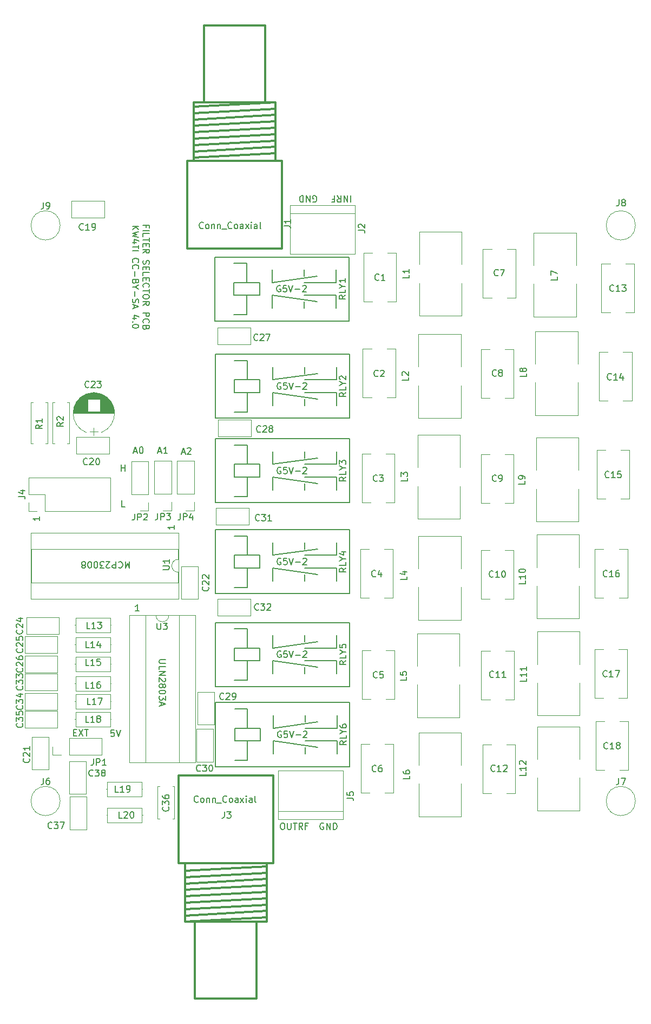
<source format=gbr>
G04 #@! TF.FileFunction,Legend,Top*
%FSLAX46Y46*%
G04 Gerber Fmt 4.6, Leading zero omitted, Abs format (unit mm)*
G04 Created by KiCad (PCBNEW 4.0.7) date 07/02/19 23:07:16*
%MOMM*%
%LPD*%
G01*
G04 APERTURE LIST*
%ADD10C,0.100000*%
%ADD11C,0.150000*%
%ADD12C,0.120000*%
%ADD13C,0.300000*%
%ADD14C,0.200000*%
G04 APERTURE END LIST*
D10*
D11*
X58146486Y-97566219D02*
X58146486Y-98566219D01*
X57813152Y-97851933D01*
X57479819Y-98566219D01*
X57479819Y-97566219D01*
X56432200Y-97661457D02*
X56479819Y-97613838D01*
X56622676Y-97566219D01*
X56717914Y-97566219D01*
X56860772Y-97613838D01*
X56956010Y-97709076D01*
X57003629Y-97804314D01*
X57051248Y-97994790D01*
X57051248Y-98137648D01*
X57003629Y-98328124D01*
X56956010Y-98423362D01*
X56860772Y-98518600D01*
X56717914Y-98566219D01*
X56622676Y-98566219D01*
X56479819Y-98518600D01*
X56432200Y-98470981D01*
X56003629Y-97566219D02*
X56003629Y-98566219D01*
X55622676Y-98566219D01*
X55527438Y-98518600D01*
X55479819Y-98470981D01*
X55432200Y-98375743D01*
X55432200Y-98232886D01*
X55479819Y-98137648D01*
X55527438Y-98090029D01*
X55622676Y-98042410D01*
X56003629Y-98042410D01*
X55051248Y-98470981D02*
X55003629Y-98518600D01*
X54908391Y-98566219D01*
X54670295Y-98566219D01*
X54575057Y-98518600D01*
X54527438Y-98470981D01*
X54479819Y-98375743D01*
X54479819Y-98280505D01*
X54527438Y-98137648D01*
X55098867Y-97566219D01*
X54479819Y-97566219D01*
X54146486Y-98566219D02*
X53527438Y-98566219D01*
X53860772Y-98185267D01*
X53717914Y-98185267D01*
X53622676Y-98137648D01*
X53575057Y-98090029D01*
X53527438Y-97994790D01*
X53527438Y-97756695D01*
X53575057Y-97661457D01*
X53622676Y-97613838D01*
X53717914Y-97566219D01*
X54003629Y-97566219D01*
X54098867Y-97613838D01*
X54146486Y-97661457D01*
X52908391Y-98566219D02*
X52813152Y-98566219D01*
X52717914Y-98518600D01*
X52670295Y-98470981D01*
X52622676Y-98375743D01*
X52575057Y-98185267D01*
X52575057Y-97947171D01*
X52622676Y-97756695D01*
X52670295Y-97661457D01*
X52717914Y-97613838D01*
X52813152Y-97566219D01*
X52908391Y-97566219D01*
X53003629Y-97613838D01*
X53051248Y-97661457D01*
X53098867Y-97756695D01*
X53146486Y-97947171D01*
X53146486Y-98185267D01*
X53098867Y-98375743D01*
X53051248Y-98470981D01*
X53003629Y-98518600D01*
X52908391Y-98566219D01*
X51956010Y-98566219D02*
X51860771Y-98566219D01*
X51765533Y-98518600D01*
X51717914Y-98470981D01*
X51670295Y-98375743D01*
X51622676Y-98185267D01*
X51622676Y-97947171D01*
X51670295Y-97756695D01*
X51717914Y-97661457D01*
X51765533Y-97613838D01*
X51860771Y-97566219D01*
X51956010Y-97566219D01*
X52051248Y-97613838D01*
X52098867Y-97661457D01*
X52146486Y-97756695D01*
X52194105Y-97947171D01*
X52194105Y-98185267D01*
X52146486Y-98375743D01*
X52098867Y-98470981D01*
X52051248Y-98518600D01*
X51956010Y-98566219D01*
X51051248Y-98137648D02*
X51146486Y-98185267D01*
X51194105Y-98232886D01*
X51241724Y-98328124D01*
X51241724Y-98375743D01*
X51194105Y-98470981D01*
X51146486Y-98518600D01*
X51051248Y-98566219D01*
X50860771Y-98566219D01*
X50765533Y-98518600D01*
X50717914Y-98470981D01*
X50670295Y-98375743D01*
X50670295Y-98328124D01*
X50717914Y-98232886D01*
X50765533Y-98185267D01*
X50860771Y-98137648D01*
X51051248Y-98137648D01*
X51146486Y-98090029D01*
X51194105Y-98042410D01*
X51241724Y-97947171D01*
X51241724Y-97756695D01*
X51194105Y-97661457D01*
X51146486Y-97613838D01*
X51051248Y-97566219D01*
X50860771Y-97566219D01*
X50765533Y-97613838D01*
X50717914Y-97661457D01*
X50670295Y-97756695D01*
X50670295Y-97947171D01*
X50717914Y-98042410D01*
X50765533Y-98090029D01*
X50860771Y-98137648D01*
X59632815Y-105278181D02*
X59061386Y-105278181D01*
X59347100Y-105278181D02*
X59347100Y-104278181D01*
X59251862Y-104421038D01*
X59156624Y-104516276D01*
X59061386Y-104563895D01*
X65133481Y-91903585D02*
X65133481Y-92475014D01*
X65133481Y-92189300D02*
X64133481Y-92189300D01*
X64276338Y-92284538D01*
X64371576Y-92379776D01*
X64419195Y-92475014D01*
X44051481Y-90570085D02*
X44051481Y-91141514D01*
X44051481Y-90855800D02*
X43051481Y-90855800D01*
X43194338Y-90951038D01*
X43289576Y-91046276D01*
X43337195Y-91141514D01*
X66316314Y-80481467D02*
X66792505Y-80481467D01*
X66221076Y-80767181D02*
X66554409Y-79767181D01*
X66887743Y-80767181D01*
X67173457Y-79862419D02*
X67221076Y-79814800D01*
X67316314Y-79767181D01*
X67554410Y-79767181D01*
X67649648Y-79814800D01*
X67697267Y-79862419D01*
X67744886Y-79957657D01*
X67744886Y-80052895D01*
X67697267Y-80195752D01*
X67125838Y-80767181D01*
X67744886Y-80767181D01*
X62633314Y-80354467D02*
X63109505Y-80354467D01*
X62538076Y-80640181D02*
X62871409Y-79640181D01*
X63204743Y-80640181D01*
X64061886Y-80640181D02*
X63490457Y-80640181D01*
X63776171Y-80640181D02*
X63776171Y-79640181D01*
X63680933Y-79783038D01*
X63585695Y-79878276D01*
X63490457Y-79925895D01*
X58823314Y-80354467D02*
X59299505Y-80354467D01*
X58728076Y-80640181D02*
X59061409Y-79640181D01*
X59394743Y-80640181D01*
X59918552Y-79640181D02*
X60013791Y-79640181D01*
X60109029Y-79687800D01*
X60156648Y-79735419D01*
X60204267Y-79830657D01*
X60251886Y-80021133D01*
X60251886Y-80259229D01*
X60204267Y-80449705D01*
X60156648Y-80544943D01*
X60109029Y-80592562D01*
X60013791Y-80640181D01*
X59918552Y-80640181D01*
X59823314Y-80592562D01*
X59775695Y-80544943D01*
X59728076Y-80449705D01*
X59680457Y-80259229D01*
X59680457Y-80021133D01*
X59728076Y-79830657D01*
X59775695Y-79735419D01*
X59823314Y-79687800D01*
X59918552Y-79640181D01*
X57434124Y-89022181D02*
X56957933Y-89022181D01*
X56957933Y-88022181D01*
X56838886Y-83434181D02*
X56838886Y-82434181D01*
X56838886Y-82910371D02*
X57410315Y-82910371D01*
X57410315Y-83434181D02*
X57410315Y-82434181D01*
X49385671Y-124312371D02*
X49719005Y-124312371D01*
X49861862Y-124836181D02*
X49385671Y-124836181D01*
X49385671Y-123836181D01*
X49861862Y-123836181D01*
X50195195Y-123836181D02*
X50861862Y-124836181D01*
X50861862Y-123836181D02*
X50195195Y-124836181D01*
X51099957Y-123836181D02*
X51671386Y-123836181D01*
X51385671Y-124836181D02*
X51385671Y-123836181D01*
X55727624Y-123899681D02*
X55251433Y-123899681D01*
X55203814Y-124375871D01*
X55251433Y-124328252D01*
X55346671Y-124280633D01*
X55584767Y-124280633D01*
X55680005Y-124328252D01*
X55727624Y-124375871D01*
X55775243Y-124471110D01*
X55775243Y-124709205D01*
X55727624Y-124804443D01*
X55680005Y-124852062D01*
X55584767Y-124899681D01*
X55346671Y-124899681D01*
X55251433Y-124852062D01*
X55203814Y-124804443D01*
X56060957Y-123899681D02*
X56394290Y-124899681D01*
X56727624Y-123899681D01*
X86842504Y-41317800D02*
X86937742Y-41365419D01*
X87080599Y-41365419D01*
X87223457Y-41317800D01*
X87318695Y-41222562D01*
X87366314Y-41127324D01*
X87413933Y-40936848D01*
X87413933Y-40793990D01*
X87366314Y-40603514D01*
X87318695Y-40508276D01*
X87223457Y-40413038D01*
X87080599Y-40365419D01*
X86985361Y-40365419D01*
X86842504Y-40413038D01*
X86794885Y-40460657D01*
X86794885Y-40793990D01*
X86985361Y-40793990D01*
X86366314Y-40365419D02*
X86366314Y-41365419D01*
X85794885Y-40365419D01*
X85794885Y-41365419D01*
X85318695Y-40365419D02*
X85318695Y-41365419D01*
X85080600Y-41365419D01*
X84937742Y-41317800D01*
X84842504Y-41222562D01*
X84794885Y-41127324D01*
X84747266Y-40936848D01*
X84747266Y-40793990D01*
X84794885Y-40603514D01*
X84842504Y-40508276D01*
X84937742Y-40413038D01*
X85080600Y-40365419D01*
X85318695Y-40365419D01*
X92739981Y-40365419D02*
X92739981Y-41365419D01*
X92263791Y-40365419D02*
X92263791Y-41365419D01*
X91692362Y-40365419D01*
X91692362Y-41365419D01*
X90644743Y-40365419D02*
X90978077Y-40841610D01*
X91216172Y-40365419D02*
X91216172Y-41365419D01*
X90835219Y-41365419D01*
X90739981Y-41317800D01*
X90692362Y-41270181D01*
X90644743Y-41174943D01*
X90644743Y-41032086D01*
X90692362Y-40936848D01*
X90739981Y-40889229D01*
X90835219Y-40841610D01*
X91216172Y-40841610D01*
X89882838Y-40889229D02*
X90216172Y-40889229D01*
X90216172Y-40365419D02*
X90216172Y-41365419D01*
X89739981Y-41365419D01*
X88493696Y-138488800D02*
X88398458Y-138441181D01*
X88255601Y-138441181D01*
X88112743Y-138488800D01*
X88017505Y-138584038D01*
X87969886Y-138679276D01*
X87922267Y-138869752D01*
X87922267Y-139012610D01*
X87969886Y-139203086D01*
X88017505Y-139298324D01*
X88112743Y-139393562D01*
X88255601Y-139441181D01*
X88350839Y-139441181D01*
X88493696Y-139393562D01*
X88541315Y-139345943D01*
X88541315Y-139012610D01*
X88350839Y-139012610D01*
X88969886Y-139441181D02*
X88969886Y-138441181D01*
X89541315Y-139441181D01*
X89541315Y-138441181D01*
X90017505Y-139441181D02*
X90017505Y-138441181D01*
X90255600Y-138441181D01*
X90398458Y-138488800D01*
X90493696Y-138584038D01*
X90541315Y-138679276D01*
X90588934Y-138869752D01*
X90588934Y-139012610D01*
X90541315Y-139203086D01*
X90493696Y-139298324D01*
X90398458Y-139393562D01*
X90255600Y-139441181D01*
X90017505Y-139441181D01*
X81993028Y-138441181D02*
X82183505Y-138441181D01*
X82278743Y-138488800D01*
X82373981Y-138584038D01*
X82421600Y-138774514D01*
X82421600Y-139107848D01*
X82373981Y-139298324D01*
X82278743Y-139393562D01*
X82183505Y-139441181D01*
X81993028Y-139441181D01*
X81897790Y-139393562D01*
X81802552Y-139298324D01*
X81754933Y-139107848D01*
X81754933Y-138774514D01*
X81802552Y-138584038D01*
X81897790Y-138488800D01*
X81993028Y-138441181D01*
X82850171Y-138441181D02*
X82850171Y-139250705D01*
X82897790Y-139345943D01*
X82945409Y-139393562D01*
X83040647Y-139441181D01*
X83231124Y-139441181D01*
X83326362Y-139393562D01*
X83373981Y-139345943D01*
X83421600Y-139250705D01*
X83421600Y-138441181D01*
X83754933Y-138441181D02*
X84326362Y-138441181D01*
X84040647Y-139441181D02*
X84040647Y-138441181D01*
X85231124Y-139441181D02*
X84897790Y-138964990D01*
X84659695Y-139441181D02*
X84659695Y-138441181D01*
X85040648Y-138441181D01*
X85135886Y-138488800D01*
X85183505Y-138536419D01*
X85231124Y-138631657D01*
X85231124Y-138774514D01*
X85183505Y-138869752D01*
X85135886Y-138917371D01*
X85040648Y-138964990D01*
X84659695Y-138964990D01*
X85993029Y-138917371D02*
X85659695Y-138917371D01*
X85659695Y-139441181D02*
X85659695Y-138441181D01*
X86135886Y-138441181D01*
X60751529Y-45287586D02*
X60751529Y-44954252D01*
X60227719Y-44954252D02*
X61227719Y-44954252D01*
X61227719Y-45430443D01*
X60227719Y-45811395D02*
X61227719Y-45811395D01*
X60227719Y-46763776D02*
X60227719Y-46287585D01*
X61227719Y-46287585D01*
X61227719Y-46954252D02*
X61227719Y-47525681D01*
X60227719Y-47239966D02*
X61227719Y-47239966D01*
X60751529Y-47859014D02*
X60751529Y-48192348D01*
X60227719Y-48335205D02*
X60227719Y-47859014D01*
X61227719Y-47859014D01*
X61227719Y-48335205D01*
X60227719Y-49335205D02*
X60703910Y-49001871D01*
X60227719Y-48763776D02*
X61227719Y-48763776D01*
X61227719Y-49144729D01*
X61180100Y-49239967D01*
X61132481Y-49287586D01*
X61037243Y-49335205D01*
X60894386Y-49335205D01*
X60799148Y-49287586D01*
X60751529Y-49239967D01*
X60703910Y-49144729D01*
X60703910Y-48763776D01*
X60275338Y-50478062D02*
X60227719Y-50620919D01*
X60227719Y-50859015D01*
X60275338Y-50954253D01*
X60322957Y-51001872D01*
X60418195Y-51049491D01*
X60513433Y-51049491D01*
X60608671Y-51001872D01*
X60656290Y-50954253D01*
X60703910Y-50859015D01*
X60751529Y-50668538D01*
X60799148Y-50573300D01*
X60846767Y-50525681D01*
X60942005Y-50478062D01*
X61037243Y-50478062D01*
X61132481Y-50525681D01*
X61180100Y-50573300D01*
X61227719Y-50668538D01*
X61227719Y-50906634D01*
X61180100Y-51049491D01*
X60751529Y-51478062D02*
X60751529Y-51811396D01*
X60227719Y-51954253D02*
X60227719Y-51478062D01*
X61227719Y-51478062D01*
X61227719Y-51954253D01*
X60227719Y-52859015D02*
X60227719Y-52382824D01*
X61227719Y-52382824D01*
X60751529Y-53192348D02*
X60751529Y-53525682D01*
X60227719Y-53668539D02*
X60227719Y-53192348D01*
X61227719Y-53192348D01*
X61227719Y-53668539D01*
X60322957Y-54668539D02*
X60275338Y-54620920D01*
X60227719Y-54478063D01*
X60227719Y-54382825D01*
X60275338Y-54239967D01*
X60370576Y-54144729D01*
X60465814Y-54097110D01*
X60656290Y-54049491D01*
X60799148Y-54049491D01*
X60989624Y-54097110D01*
X61084862Y-54144729D01*
X61180100Y-54239967D01*
X61227719Y-54382825D01*
X61227719Y-54478063D01*
X61180100Y-54620920D01*
X61132481Y-54668539D01*
X61227719Y-54954253D02*
X61227719Y-55525682D01*
X60227719Y-55239967D02*
X61227719Y-55239967D01*
X61227719Y-56049491D02*
X61227719Y-56239968D01*
X61180100Y-56335206D01*
X61084862Y-56430444D01*
X60894386Y-56478063D01*
X60561052Y-56478063D01*
X60370576Y-56430444D01*
X60275338Y-56335206D01*
X60227719Y-56239968D01*
X60227719Y-56049491D01*
X60275338Y-55954253D01*
X60370576Y-55859015D01*
X60561052Y-55811396D01*
X60894386Y-55811396D01*
X61084862Y-55859015D01*
X61180100Y-55954253D01*
X61227719Y-56049491D01*
X60227719Y-57478063D02*
X60703910Y-57144729D01*
X60227719Y-56906634D02*
X61227719Y-56906634D01*
X61227719Y-57287587D01*
X61180100Y-57382825D01*
X61132481Y-57430444D01*
X61037243Y-57478063D01*
X60894386Y-57478063D01*
X60799148Y-57430444D01*
X60751529Y-57382825D01*
X60703910Y-57287587D01*
X60703910Y-56906634D01*
X60227719Y-58668539D02*
X61227719Y-58668539D01*
X61227719Y-59049492D01*
X61180100Y-59144730D01*
X61132481Y-59192349D01*
X61037243Y-59239968D01*
X60894386Y-59239968D01*
X60799148Y-59192349D01*
X60751529Y-59144730D01*
X60703910Y-59049492D01*
X60703910Y-58668539D01*
X60322957Y-60239968D02*
X60275338Y-60192349D01*
X60227719Y-60049492D01*
X60227719Y-59954254D01*
X60275338Y-59811396D01*
X60370576Y-59716158D01*
X60465814Y-59668539D01*
X60656290Y-59620920D01*
X60799148Y-59620920D01*
X60989624Y-59668539D01*
X61084862Y-59716158D01*
X61180100Y-59811396D01*
X61227719Y-59954254D01*
X61227719Y-60049492D01*
X61180100Y-60192349D01*
X61132481Y-60239968D01*
X60751529Y-61001873D02*
X60703910Y-61144730D01*
X60656290Y-61192349D01*
X60561052Y-61239968D01*
X60418195Y-61239968D01*
X60322957Y-61192349D01*
X60275338Y-61144730D01*
X60227719Y-61049492D01*
X60227719Y-60668539D01*
X61227719Y-60668539D01*
X61227719Y-61001873D01*
X61180100Y-61097111D01*
X61132481Y-61144730D01*
X61037243Y-61192349D01*
X60942005Y-61192349D01*
X60846767Y-61144730D01*
X60799148Y-61097111D01*
X60751529Y-61001873D01*
X60751529Y-60668539D01*
X58577719Y-45120919D02*
X59577719Y-45120919D01*
X58577719Y-45692348D02*
X59149148Y-45263776D01*
X59577719Y-45692348D02*
X59006290Y-45120919D01*
X59577719Y-46025681D02*
X58577719Y-46263776D01*
X59292005Y-46454253D01*
X58577719Y-46644729D01*
X59577719Y-46882824D01*
X59244386Y-47692348D02*
X58577719Y-47692348D01*
X59625338Y-47454252D02*
X58911052Y-47216157D01*
X58911052Y-47835205D01*
X59577719Y-48073300D02*
X59577719Y-48644729D01*
X58577719Y-48359014D02*
X59577719Y-48359014D01*
X58577719Y-48978062D02*
X59577719Y-48978062D01*
X58672957Y-50787586D02*
X58625338Y-50739967D01*
X58577719Y-50597110D01*
X58577719Y-50501872D01*
X58625338Y-50359014D01*
X58720576Y-50263776D01*
X58815814Y-50216157D01*
X59006290Y-50168538D01*
X59149148Y-50168538D01*
X59339624Y-50216157D01*
X59434862Y-50263776D01*
X59530100Y-50359014D01*
X59577719Y-50501872D01*
X59577719Y-50597110D01*
X59530100Y-50739967D01*
X59482481Y-50787586D01*
X58672957Y-51787586D02*
X58625338Y-51739967D01*
X58577719Y-51597110D01*
X58577719Y-51501872D01*
X58625338Y-51359014D01*
X58720576Y-51263776D01*
X58815814Y-51216157D01*
X59006290Y-51168538D01*
X59149148Y-51168538D01*
X59339624Y-51216157D01*
X59434862Y-51263776D01*
X59530100Y-51359014D01*
X59577719Y-51501872D01*
X59577719Y-51597110D01*
X59530100Y-51739967D01*
X59482481Y-51787586D01*
X58958671Y-52216157D02*
X58958671Y-52978062D01*
X59101529Y-53787586D02*
X59053910Y-53930443D01*
X59006290Y-53978062D01*
X58911052Y-54025681D01*
X58768195Y-54025681D01*
X58672957Y-53978062D01*
X58625338Y-53930443D01*
X58577719Y-53835205D01*
X58577719Y-53454252D01*
X59577719Y-53454252D01*
X59577719Y-53787586D01*
X59530100Y-53882824D01*
X59482481Y-53930443D01*
X59387243Y-53978062D01*
X59292005Y-53978062D01*
X59196767Y-53930443D01*
X59149148Y-53882824D01*
X59101529Y-53787586D01*
X59101529Y-53454252D01*
X59053910Y-54644728D02*
X58577719Y-54644728D01*
X59577719Y-54311395D02*
X59053910Y-54644728D01*
X59577719Y-54978062D01*
X58958671Y-55311395D02*
X58958671Y-56073300D01*
X58625338Y-56501871D02*
X58577719Y-56644728D01*
X58577719Y-56882824D01*
X58625338Y-56978062D01*
X58672957Y-57025681D01*
X58768195Y-57073300D01*
X58863433Y-57073300D01*
X58958671Y-57025681D01*
X59006290Y-56978062D01*
X59053910Y-56882824D01*
X59101529Y-56692347D01*
X59149148Y-56597109D01*
X59196767Y-56549490D01*
X59292005Y-56501871D01*
X59387243Y-56501871D01*
X59482481Y-56549490D01*
X59530100Y-56597109D01*
X59577719Y-56692347D01*
X59577719Y-56930443D01*
X59530100Y-57073300D01*
X58863433Y-57454252D02*
X58863433Y-57930443D01*
X58577719Y-57359014D02*
X59577719Y-57692347D01*
X58577719Y-58025681D01*
X59244386Y-59549491D02*
X58577719Y-59549491D01*
X59625338Y-59311395D02*
X58911052Y-59073300D01*
X58911052Y-59692348D01*
X58672957Y-60073300D02*
X58625338Y-60120919D01*
X58577719Y-60073300D01*
X58625338Y-60025681D01*
X58672957Y-60073300D01*
X58577719Y-60073300D01*
X59577719Y-60739966D02*
X59577719Y-60835205D01*
X59530100Y-60930443D01*
X59482481Y-60978062D01*
X59387243Y-61025681D01*
X59196767Y-61073300D01*
X58958671Y-61073300D01*
X58768195Y-61025681D01*
X58672957Y-60978062D01*
X58625338Y-60930443D01*
X58577719Y-60835205D01*
X58577719Y-60739966D01*
X58625338Y-60644728D01*
X58672957Y-60597109D01*
X58768195Y-60549490D01*
X58958671Y-60501871D01*
X59196767Y-60501871D01*
X59387243Y-60549490D01*
X59482481Y-60597109D01*
X59530100Y-60644728D01*
X59577719Y-60739966D01*
X63778379Y-112911381D02*
X62968855Y-112911381D01*
X62873617Y-112959000D01*
X62825998Y-113006619D01*
X62778379Y-113101857D01*
X62778379Y-113292334D01*
X62825998Y-113387572D01*
X62873617Y-113435191D01*
X62968855Y-113482810D01*
X63778379Y-113482810D01*
X62778379Y-114435191D02*
X62778379Y-113959000D01*
X63778379Y-113959000D01*
X62778379Y-114768524D02*
X63778379Y-114768524D01*
X62778379Y-115339953D01*
X63778379Y-115339953D01*
X63683141Y-115768524D02*
X63730760Y-115816143D01*
X63778379Y-115911381D01*
X63778379Y-116149477D01*
X63730760Y-116244715D01*
X63683141Y-116292334D01*
X63587903Y-116339953D01*
X63492665Y-116339953D01*
X63349808Y-116292334D01*
X62778379Y-115720905D01*
X62778379Y-116339953D01*
X63349808Y-116911381D02*
X63397427Y-116816143D01*
X63445046Y-116768524D01*
X63540284Y-116720905D01*
X63587903Y-116720905D01*
X63683141Y-116768524D01*
X63730760Y-116816143D01*
X63778379Y-116911381D01*
X63778379Y-117101858D01*
X63730760Y-117197096D01*
X63683141Y-117244715D01*
X63587903Y-117292334D01*
X63540284Y-117292334D01*
X63445046Y-117244715D01*
X63397427Y-117197096D01*
X63349808Y-117101858D01*
X63349808Y-116911381D01*
X63302189Y-116816143D01*
X63254570Y-116768524D01*
X63159331Y-116720905D01*
X62968855Y-116720905D01*
X62873617Y-116768524D01*
X62825998Y-116816143D01*
X62778379Y-116911381D01*
X62778379Y-117101858D01*
X62825998Y-117197096D01*
X62873617Y-117244715D01*
X62968855Y-117292334D01*
X63159331Y-117292334D01*
X63254570Y-117244715D01*
X63302189Y-117197096D01*
X63349808Y-117101858D01*
X63778379Y-117911381D02*
X63778379Y-118006620D01*
X63730760Y-118101858D01*
X63683141Y-118149477D01*
X63587903Y-118197096D01*
X63397427Y-118244715D01*
X63159331Y-118244715D01*
X62968855Y-118197096D01*
X62873617Y-118149477D01*
X62825998Y-118101858D01*
X62778379Y-118006620D01*
X62778379Y-117911381D01*
X62825998Y-117816143D01*
X62873617Y-117768524D01*
X62968855Y-117720905D01*
X63159331Y-117673286D01*
X63397427Y-117673286D01*
X63587903Y-117720905D01*
X63683141Y-117768524D01*
X63730760Y-117816143D01*
X63778379Y-117911381D01*
X63778379Y-118578048D02*
X63778379Y-119197096D01*
X63397427Y-118863762D01*
X63397427Y-119006620D01*
X63349808Y-119101858D01*
X63302189Y-119149477D01*
X63206950Y-119197096D01*
X62968855Y-119197096D01*
X62873617Y-119149477D01*
X62825998Y-119101858D01*
X62778379Y-119006620D01*
X62778379Y-118720905D01*
X62825998Y-118625667D01*
X62873617Y-118578048D01*
X63064093Y-119578048D02*
X63064093Y-120054239D01*
X62778379Y-119482810D02*
X63778379Y-119816143D01*
X62778379Y-120149477D01*
D12*
X121638600Y-74682800D02*
X121638600Y-69571800D01*
X121638600Y-66673800D02*
X121638600Y-61562800D01*
X128258600Y-74682800D02*
X128258600Y-69571800D01*
X128258600Y-66673800D02*
X128258600Y-61562800D01*
X121638600Y-74682800D02*
X128258600Y-74682800D01*
X121638600Y-61562800D02*
X128258600Y-61562800D01*
X103160100Y-121926800D02*
X103160100Y-116815800D01*
X103160100Y-113917800D02*
X103160100Y-108806800D01*
X109780100Y-121926800D02*
X109780100Y-116815800D01*
X109780100Y-113917800D02*
X109780100Y-108806800D01*
X103160100Y-121926800D02*
X109780100Y-121926800D01*
X103160100Y-108806800D02*
X109780100Y-108806800D01*
D13*
X80987100Y-33737700D02*
X68187100Y-34437700D01*
X80987100Y-29737700D02*
X68187100Y-30437700D01*
X80987100Y-30737700D02*
X68187100Y-31437700D01*
X80987100Y-32737700D02*
X68187100Y-33437700D01*
X80987100Y-31737700D02*
X68187100Y-32437700D01*
X80987100Y-27737700D02*
X68187100Y-28437700D01*
X80987100Y-28737700D02*
X68187100Y-29437700D01*
X80987100Y-26737700D02*
X68187100Y-27437700D01*
X80987100Y-25737700D02*
X68187100Y-26437700D01*
X68187100Y-25737700D02*
X68187100Y-34937700D01*
X80987100Y-25737700D02*
X80987100Y-34937700D01*
X69787100Y-13737700D02*
X69787100Y-25737700D01*
X79387100Y-13737700D02*
X79387100Y-25737700D01*
X79387100Y-13737700D02*
X69787100Y-13737700D01*
X80987100Y-25737700D02*
X68187100Y-25737700D01*
X67187100Y-34937700D02*
X67187100Y-48637700D01*
X81987100Y-48637700D02*
X81987100Y-34937700D01*
X81987100Y-48637700D02*
X67187100Y-48637700D01*
X81987100Y-34937700D02*
X67187100Y-34937700D01*
D12*
X83286600Y-43103800D02*
X93446600Y-43103800D01*
X83286600Y-41833800D02*
X83286600Y-49453800D01*
X83286600Y-49453800D02*
X93446600Y-49453800D01*
X93446600Y-49453800D02*
X93446600Y-41833800D01*
X93446600Y-41833800D02*
X83286600Y-41833800D01*
D13*
X66790100Y-145903800D02*
X79590100Y-145203800D01*
X66790100Y-149903800D02*
X79590100Y-149203800D01*
X66790100Y-148903800D02*
X79590100Y-148203800D01*
X66790100Y-146903800D02*
X79590100Y-146203800D01*
X66790100Y-147903800D02*
X79590100Y-147203800D01*
X66790100Y-151903800D02*
X79590100Y-151203800D01*
X66790100Y-150903800D02*
X79590100Y-150203800D01*
X66790100Y-152903800D02*
X79590100Y-152203800D01*
X66790100Y-153903800D02*
X79590100Y-153203800D01*
X79590100Y-153903800D02*
X79590100Y-144703800D01*
X66790100Y-153903800D02*
X66790100Y-144703800D01*
X77990100Y-165903800D02*
X77990100Y-153903800D01*
X68390100Y-165903800D02*
X68390100Y-153903800D01*
X68390100Y-165903800D02*
X77990100Y-165903800D01*
X66790100Y-153903800D02*
X79590100Y-153903800D01*
X80590100Y-144703800D02*
X80590100Y-131003800D01*
X65790100Y-131003800D02*
X65790100Y-144703800D01*
X65790100Y-131003800D02*
X80590100Y-131003800D01*
X65790100Y-144703800D02*
X80590100Y-144703800D01*
D12*
X91541600Y-136575800D02*
X81381600Y-136575800D01*
X91541600Y-137845800D02*
X91541600Y-130225800D01*
X91541600Y-130225800D02*
X81381600Y-130225800D01*
X81381600Y-130225800D02*
X81381600Y-137845800D01*
X81381600Y-137845800D02*
X91541600Y-137845800D01*
X47286000Y-135000000D02*
G75*
G03X47286000Y-135000000I-2286000J0D01*
G01*
X137286000Y-135000000D02*
G75*
G03X137286000Y-135000000I-2286000J0D01*
G01*
X137286000Y-45000000D02*
G75*
G03X137286000Y-45000000I-2286000J0D01*
G01*
X47286000Y-45000000D02*
G75*
G03X47286000Y-45000000I-2286000J0D01*
G01*
X103350600Y-106686800D02*
X103350600Y-101575800D01*
X103350600Y-98677800D02*
X103350600Y-93566800D01*
X109970600Y-106686800D02*
X109970600Y-101575800D01*
X109970600Y-98677800D02*
X109970600Y-93566800D01*
X103350600Y-106686800D02*
X109970600Y-106686800D01*
X103350600Y-93566800D02*
X109970600Y-93566800D01*
X103426800Y-137420800D02*
X103426800Y-132309800D01*
X103426800Y-129411800D02*
X103426800Y-124300800D01*
X110046800Y-137420800D02*
X110046800Y-132309800D01*
X110046800Y-129411800D02*
X110046800Y-124300800D01*
X103426800Y-137420800D02*
X110046800Y-137420800D01*
X103426800Y-124300800D02*
X110046800Y-124300800D01*
X121384600Y-59252300D02*
X121384600Y-54141300D01*
X121384600Y-51243300D02*
X121384600Y-46132300D01*
X128004600Y-59252300D02*
X128004600Y-54141300D01*
X128004600Y-51243300D02*
X128004600Y-46132300D01*
X121384600Y-59252300D02*
X128004600Y-59252300D01*
X121384600Y-46132300D02*
X128004600Y-46132300D01*
X121740200Y-91294400D02*
X121740200Y-86183400D01*
X121740200Y-83285400D02*
X121740200Y-78174400D01*
X128360200Y-91294400D02*
X128360200Y-86183400D01*
X128360200Y-83285400D02*
X128360200Y-78174400D01*
X121740200Y-91294400D02*
X128360200Y-91294400D01*
X121740200Y-78174400D02*
X128360200Y-78174400D01*
X121867200Y-106483600D02*
X121867200Y-101372600D01*
X121867200Y-98474600D02*
X121867200Y-93363600D01*
X128487200Y-106483600D02*
X128487200Y-101372600D01*
X128487200Y-98474600D02*
X128487200Y-93363600D01*
X121867200Y-106483600D02*
X128487200Y-106483600D01*
X121867200Y-93363600D02*
X128487200Y-93363600D01*
X121943400Y-121622000D02*
X121943400Y-116511000D01*
X121943400Y-113613000D02*
X121943400Y-108502000D01*
X128563400Y-121622000D02*
X128563400Y-116511000D01*
X128563400Y-113613000D02*
X128563400Y-108502000D01*
X121943400Y-121622000D02*
X128563400Y-121622000D01*
X121943400Y-108502000D02*
X128563400Y-108502000D01*
X121918000Y-136481000D02*
X121918000Y-131370000D01*
X121918000Y-128472000D02*
X121918000Y-123361000D01*
X128538000Y-136481000D02*
X128538000Y-131370000D01*
X128538000Y-128472000D02*
X128538000Y-123361000D01*
X121918000Y-136481000D02*
X128538000Y-136481000D01*
X121918000Y-123361000D02*
X128538000Y-123361000D01*
X99880100Y-49266800D02*
X99880100Y-56886800D01*
X94760100Y-49266800D02*
X94760100Y-56886800D01*
X99880100Y-49266800D02*
X98515100Y-49266800D01*
X96125100Y-49266800D02*
X94760100Y-49266800D01*
X99880100Y-56886800D02*
X98515100Y-56886800D01*
X96125100Y-56886800D02*
X94760100Y-56886800D01*
X99753100Y-64316300D02*
X99753100Y-71936300D01*
X94633100Y-64316300D02*
X94633100Y-71936300D01*
X99753100Y-64316300D02*
X98388100Y-64316300D01*
X95998100Y-64316300D02*
X94633100Y-64316300D01*
X99753100Y-71936300D02*
X98388100Y-71936300D01*
X95998100Y-71936300D02*
X94633100Y-71936300D01*
X99626100Y-80699300D02*
X99626100Y-88319300D01*
X94506100Y-80699300D02*
X94506100Y-88319300D01*
X99626100Y-80699300D02*
X98261100Y-80699300D01*
X95871100Y-80699300D02*
X94506100Y-80699300D01*
X99626100Y-88319300D02*
X98261100Y-88319300D01*
X95871100Y-88319300D02*
X94506100Y-88319300D01*
X99372100Y-95621800D02*
X99372100Y-103241800D01*
X94252100Y-95621800D02*
X94252100Y-103241800D01*
X99372100Y-95621800D02*
X98007100Y-95621800D01*
X95617100Y-95621800D02*
X94252100Y-95621800D01*
X99372100Y-103241800D02*
X98007100Y-103241800D01*
X95617100Y-103241800D02*
X94252100Y-103241800D01*
X99626100Y-111433300D02*
X99626100Y-119053300D01*
X94506100Y-111433300D02*
X94506100Y-119053300D01*
X99626100Y-111433300D02*
X98261100Y-111433300D01*
X95871100Y-111433300D02*
X94506100Y-111433300D01*
X99626100Y-119053300D02*
X98261100Y-119053300D01*
X95871100Y-119053300D02*
X94506100Y-119053300D01*
X99435600Y-126101800D02*
X99435600Y-133721800D01*
X94315600Y-126101800D02*
X94315600Y-133721800D01*
X99435600Y-126101800D02*
X98070600Y-126101800D01*
X95680600Y-126101800D02*
X94315600Y-126101800D01*
X99435600Y-133721800D02*
X98070600Y-133721800D01*
X95680600Y-133721800D02*
X94315600Y-133721800D01*
X113429100Y-56308300D02*
X113429100Y-48688300D01*
X118549100Y-56308300D02*
X118549100Y-48688300D01*
X113429100Y-56308300D02*
X114794100Y-56308300D01*
X117184100Y-56308300D02*
X118549100Y-56308300D01*
X113429100Y-48688300D02*
X114794100Y-48688300D01*
X117184100Y-48688300D02*
X118549100Y-48688300D01*
X113111600Y-71992800D02*
X113111600Y-64372800D01*
X118231600Y-71992800D02*
X118231600Y-64372800D01*
X113111600Y-71992800D02*
X114476600Y-71992800D01*
X116866600Y-71992800D02*
X118231600Y-71992800D01*
X113111600Y-64372800D02*
X114476600Y-64372800D01*
X116866600Y-64372800D02*
X118231600Y-64372800D01*
X113111600Y-88439300D02*
X113111600Y-80819300D01*
X118231600Y-88439300D02*
X118231600Y-80819300D01*
X113111600Y-88439300D02*
X114476600Y-88439300D01*
X116866600Y-88439300D02*
X118231600Y-88439300D01*
X113111600Y-80819300D02*
X114476600Y-80819300D01*
X116866600Y-80819300D02*
X118231600Y-80819300D01*
X113111600Y-103425300D02*
X113111600Y-95805300D01*
X118231600Y-103425300D02*
X118231600Y-95805300D01*
X113111600Y-103425300D02*
X114476600Y-103425300D01*
X116866600Y-103425300D02*
X118231600Y-103425300D01*
X113111600Y-95805300D02*
X114476600Y-95805300D01*
X116866600Y-95805300D02*
X118231600Y-95805300D01*
X113175100Y-119109800D02*
X113175100Y-111489800D01*
X118295100Y-119109800D02*
X118295100Y-111489800D01*
X113175100Y-119109800D02*
X114540100Y-119109800D01*
X116930100Y-119109800D02*
X118295100Y-119109800D01*
X113175100Y-111489800D02*
X114540100Y-111489800D01*
X116930100Y-111489800D02*
X118295100Y-111489800D01*
X113391000Y-133791000D02*
X113391000Y-126171000D01*
X118511000Y-133791000D02*
X118511000Y-126171000D01*
X113391000Y-133791000D02*
X114756000Y-133791000D01*
X117146000Y-133791000D02*
X118511000Y-133791000D01*
X113391000Y-126171000D02*
X114756000Y-126171000D01*
X117146000Y-126171000D02*
X118511000Y-126171000D01*
X137091100Y-50981300D02*
X137091100Y-58601300D01*
X131971100Y-50981300D02*
X131971100Y-58601300D01*
X137091100Y-50981300D02*
X135726100Y-50981300D01*
X133336100Y-50981300D02*
X131971100Y-50981300D01*
X137091100Y-58601300D02*
X135726100Y-58601300D01*
X133336100Y-58601300D02*
X131971100Y-58601300D01*
X136722800Y-64837000D02*
X136722800Y-72457000D01*
X131602800Y-64837000D02*
X131602800Y-72457000D01*
X136722800Y-64837000D02*
X135357800Y-64837000D01*
X132967800Y-64837000D02*
X131602800Y-64837000D01*
X136722800Y-72457000D02*
X135357800Y-72457000D01*
X132967800Y-72457000D02*
X131602800Y-72457000D01*
X136367200Y-80127800D02*
X136367200Y-87747800D01*
X131247200Y-80127800D02*
X131247200Y-87747800D01*
X136367200Y-80127800D02*
X135002200Y-80127800D01*
X132612200Y-80127800D02*
X131247200Y-80127800D01*
X136367200Y-87747800D02*
X135002200Y-87747800D01*
X132612200Y-87747800D02*
X131247200Y-87747800D01*
X136062400Y-95621800D02*
X136062400Y-103241800D01*
X130942400Y-95621800D02*
X130942400Y-103241800D01*
X136062400Y-95621800D02*
X134697400Y-95621800D01*
X132307400Y-95621800D02*
X130942400Y-95621800D01*
X136062400Y-103241800D02*
X134697400Y-103241800D01*
X132307400Y-103241800D02*
X130942400Y-103241800D01*
X136037000Y-111268200D02*
X136037000Y-118888200D01*
X130917000Y-111268200D02*
X130917000Y-118888200D01*
X136037000Y-111268200D02*
X134672000Y-111268200D01*
X132282000Y-111268200D02*
X130917000Y-111268200D01*
X136037000Y-118888200D02*
X134672000Y-118888200D01*
X132282000Y-118888200D02*
X130917000Y-118888200D01*
X136176700Y-122533100D02*
X136176700Y-130153100D01*
X131056700Y-122533100D02*
X131056700Y-130153100D01*
X136176700Y-122533100D02*
X134811700Y-122533100D01*
X132421700Y-122533100D02*
X131056700Y-122533100D01*
X136176700Y-130153100D02*
X134811700Y-130153100D01*
X132421700Y-130153100D02*
X131056700Y-130153100D01*
X103477600Y-59125300D02*
X103477600Y-54014300D01*
X103477600Y-51116300D02*
X103477600Y-46005300D01*
X110097600Y-59125300D02*
X110097600Y-54014300D01*
X110097600Y-51116300D02*
X110097600Y-46005300D01*
X103477600Y-59125300D02*
X110097600Y-59125300D01*
X103477600Y-46005300D02*
X110097600Y-46005300D01*
X103350600Y-75127300D02*
X103350600Y-70016300D01*
X103350600Y-67118300D02*
X103350600Y-62007300D01*
X109970600Y-75127300D02*
X109970600Y-70016300D01*
X109970600Y-67118300D02*
X109970600Y-62007300D01*
X103350600Y-75127300D02*
X109970600Y-75127300D01*
X103350600Y-62007300D02*
X109970600Y-62007300D01*
X103223600Y-90875300D02*
X103223600Y-85764300D01*
X103223600Y-82866300D02*
X103223600Y-77755300D01*
X109843600Y-90875300D02*
X109843600Y-85764300D01*
X109843600Y-82866300D02*
X109843600Y-77755300D01*
X103223600Y-90875300D02*
X109843600Y-90875300D01*
X103223600Y-77755300D02*
X109843600Y-77755300D01*
D14*
X71476100Y-59940200D02*
X92476100Y-59940200D01*
X92476100Y-49940200D02*
X71476100Y-49940200D01*
X71476100Y-49940200D02*
X71476100Y-59940200D01*
X85476100Y-53940200D02*
X90476100Y-53940200D01*
X90476100Y-53940200D02*
X90476100Y-51940200D01*
X85476100Y-55940200D02*
X90476100Y-55940200D01*
X90476100Y-55940200D02*
X90476100Y-57940200D01*
X85476100Y-57940200D02*
X85476100Y-56940200D01*
X85476100Y-51940200D02*
X85476100Y-52940200D01*
X80476100Y-57940200D02*
X80476100Y-55940200D01*
X80476100Y-55940200D02*
X87476100Y-56940200D01*
X80476100Y-51940200D02*
X80476100Y-53940200D01*
X80476100Y-53940200D02*
X87476100Y-52940200D01*
X92476100Y-59940200D02*
X92476100Y-49940200D01*
X76476100Y-55940200D02*
X76476100Y-58940200D01*
X74476100Y-50940200D02*
X76476100Y-50940200D01*
X76476100Y-50940200D02*
X76476100Y-53940200D01*
X76476100Y-53940200D02*
X74476100Y-53940200D01*
X74476100Y-53940200D02*
X74476100Y-55940200D01*
X74476100Y-55940200D02*
X78476100Y-55940200D01*
X78476100Y-55940200D02*
X78476100Y-53940200D01*
X78476100Y-53940200D02*
X76476100Y-53940200D01*
X74476100Y-58940200D02*
X76476100Y-58940200D01*
X71539600Y-75154800D02*
X92539600Y-75154800D01*
X92539600Y-65154800D02*
X71539600Y-65154800D01*
X71539600Y-65154800D02*
X71539600Y-75154800D01*
X85539600Y-69154800D02*
X90539600Y-69154800D01*
X90539600Y-69154800D02*
X90539600Y-67154800D01*
X85539600Y-71154800D02*
X90539600Y-71154800D01*
X90539600Y-71154800D02*
X90539600Y-73154800D01*
X85539600Y-73154800D02*
X85539600Y-72154800D01*
X85539600Y-67154800D02*
X85539600Y-68154800D01*
X80539600Y-73154800D02*
X80539600Y-71154800D01*
X80539600Y-71154800D02*
X87539600Y-72154800D01*
X80539600Y-67154800D02*
X80539600Y-69154800D01*
X80539600Y-69154800D02*
X87539600Y-68154800D01*
X92539600Y-75154800D02*
X92539600Y-65154800D01*
X76539600Y-71154800D02*
X76539600Y-74154800D01*
X74539600Y-66154800D02*
X76539600Y-66154800D01*
X76539600Y-66154800D02*
X76539600Y-69154800D01*
X76539600Y-69154800D02*
X74539600Y-69154800D01*
X74539600Y-69154800D02*
X74539600Y-71154800D01*
X74539600Y-71154800D02*
X78539600Y-71154800D01*
X78539600Y-71154800D02*
X78539600Y-69154800D01*
X78539600Y-69154800D02*
X76539600Y-69154800D01*
X74539600Y-74154800D02*
X76539600Y-74154800D01*
X71539600Y-88362800D02*
X92539600Y-88362800D01*
X92539600Y-78362800D02*
X71539600Y-78362800D01*
X71539600Y-78362800D02*
X71539600Y-88362800D01*
X85539600Y-82362800D02*
X90539600Y-82362800D01*
X90539600Y-82362800D02*
X90539600Y-80362800D01*
X85539600Y-84362800D02*
X90539600Y-84362800D01*
X90539600Y-84362800D02*
X90539600Y-86362800D01*
X85539600Y-86362800D02*
X85539600Y-85362800D01*
X85539600Y-80362800D02*
X85539600Y-81362800D01*
X80539600Y-86362800D02*
X80539600Y-84362800D01*
X80539600Y-84362800D02*
X87539600Y-85362800D01*
X80539600Y-80362800D02*
X80539600Y-82362800D01*
X80539600Y-82362800D02*
X87539600Y-81362800D01*
X92539600Y-88362800D02*
X92539600Y-78362800D01*
X76539600Y-84362800D02*
X76539600Y-87362800D01*
X74539600Y-79362800D02*
X76539600Y-79362800D01*
X76539600Y-79362800D02*
X76539600Y-82362800D01*
X76539600Y-82362800D02*
X74539600Y-82362800D01*
X74539600Y-82362800D02*
X74539600Y-84362800D01*
X74539600Y-84362800D02*
X78539600Y-84362800D01*
X78539600Y-84362800D02*
X78539600Y-82362800D01*
X78539600Y-82362800D02*
X76539600Y-82362800D01*
X74539600Y-87362800D02*
X76539600Y-87362800D01*
X71539600Y-102586800D02*
X92539600Y-102586800D01*
X92539600Y-92586800D02*
X71539600Y-92586800D01*
X71539600Y-92586800D02*
X71539600Y-102586800D01*
X85539600Y-96586800D02*
X90539600Y-96586800D01*
X90539600Y-96586800D02*
X90539600Y-94586800D01*
X85539600Y-98586800D02*
X90539600Y-98586800D01*
X90539600Y-98586800D02*
X90539600Y-100586800D01*
X85539600Y-100586800D02*
X85539600Y-99586800D01*
X85539600Y-94586800D02*
X85539600Y-95586800D01*
X80539600Y-100586800D02*
X80539600Y-98586800D01*
X80539600Y-98586800D02*
X87539600Y-99586800D01*
X80539600Y-94586800D02*
X80539600Y-96586800D01*
X80539600Y-96586800D02*
X87539600Y-95586800D01*
X92539600Y-102586800D02*
X92539600Y-92586800D01*
X76539600Y-98586800D02*
X76539600Y-101586800D01*
X74539600Y-93586800D02*
X76539600Y-93586800D01*
X76539600Y-93586800D02*
X76539600Y-96586800D01*
X76539600Y-96586800D02*
X74539600Y-96586800D01*
X74539600Y-96586800D02*
X74539600Y-98586800D01*
X74539600Y-98586800D02*
X78539600Y-98586800D01*
X78539600Y-98586800D02*
X78539600Y-96586800D01*
X78539600Y-96586800D02*
X76539600Y-96586800D01*
X74539600Y-101586800D02*
X76539600Y-101586800D01*
X71549760Y-117095280D02*
X92549760Y-117095280D01*
X92549760Y-107095280D02*
X71549760Y-107095280D01*
X71549760Y-107095280D02*
X71549760Y-117095280D01*
X85549760Y-111095280D02*
X90549760Y-111095280D01*
X90549760Y-111095280D02*
X90549760Y-109095280D01*
X85549760Y-113095280D02*
X90549760Y-113095280D01*
X90549760Y-113095280D02*
X90549760Y-115095280D01*
X85549760Y-115095280D02*
X85549760Y-114095280D01*
X85549760Y-109095280D02*
X85549760Y-110095280D01*
X80549760Y-115095280D02*
X80549760Y-113095280D01*
X80549760Y-113095280D02*
X87549760Y-114095280D01*
X80549760Y-109095280D02*
X80549760Y-111095280D01*
X80549760Y-111095280D02*
X87549760Y-110095280D01*
X92549760Y-117095280D02*
X92549760Y-107095280D01*
X76549760Y-113095280D02*
X76549760Y-116095280D01*
X74549760Y-108095280D02*
X76549760Y-108095280D01*
X76549760Y-108095280D02*
X76549760Y-111095280D01*
X76549760Y-111095280D02*
X74549760Y-111095280D01*
X74549760Y-111095280D02*
X74549760Y-113095280D01*
X74549760Y-113095280D02*
X78549760Y-113095280D01*
X78549760Y-113095280D02*
X78549760Y-111095280D01*
X78549760Y-111095280D02*
X76549760Y-111095280D01*
X74549760Y-116095280D02*
X76549760Y-116095280D01*
X71605640Y-129612400D02*
X92605640Y-129612400D01*
X92605640Y-119612400D02*
X71605640Y-119612400D01*
X71605640Y-119612400D02*
X71605640Y-129612400D01*
X85605640Y-123612400D02*
X90605640Y-123612400D01*
X90605640Y-123612400D02*
X90605640Y-121612400D01*
X85605640Y-125612400D02*
X90605640Y-125612400D01*
X90605640Y-125612400D02*
X90605640Y-127612400D01*
X85605640Y-127612400D02*
X85605640Y-126612400D01*
X85605640Y-121612400D02*
X85605640Y-122612400D01*
X80605640Y-127612400D02*
X80605640Y-125612400D01*
X80605640Y-125612400D02*
X87605640Y-126612400D01*
X80605640Y-121612400D02*
X80605640Y-123612400D01*
X80605640Y-123612400D02*
X87605640Y-122612400D01*
X92605640Y-129612400D02*
X92605640Y-119612400D01*
X76605640Y-125612400D02*
X76605640Y-128612400D01*
X74605640Y-120612400D02*
X76605640Y-120612400D01*
X76605640Y-120612400D02*
X76605640Y-123612400D01*
X76605640Y-123612400D02*
X74605640Y-123612400D01*
X74605640Y-123612400D02*
X74605640Y-125612400D01*
X74605640Y-125612400D02*
X78605640Y-125612400D01*
X78605640Y-125612400D02*
X78605640Y-123612400D01*
X78605640Y-123612400D02*
X76605640Y-123612400D01*
X74605640Y-128612400D02*
X76605640Y-128612400D01*
D12*
X64284100Y-105972300D02*
G75*
G02X62284100Y-105972300I-1000000J0D01*
G01*
X62284100Y-105972300D02*
X60634100Y-105972300D01*
X60634100Y-105972300D02*
X60634100Y-128952300D01*
X60634100Y-128952300D02*
X65934100Y-128952300D01*
X65934100Y-128952300D02*
X65934100Y-105972300D01*
X65934100Y-105972300D02*
X64284100Y-105972300D01*
X58144100Y-105912300D02*
X58144100Y-129012300D01*
X58144100Y-129012300D02*
X68424100Y-129012300D01*
X68424100Y-129012300D02*
X68424100Y-105912300D01*
X68424100Y-105912300D02*
X58144100Y-105912300D01*
X71943600Y-60970800D02*
X77063600Y-60970800D01*
X71943600Y-63590800D02*
X77063600Y-63590800D01*
X71943600Y-60970800D02*
X71943600Y-63590800D01*
X77063600Y-60970800D02*
X77063600Y-63590800D01*
X72007100Y-75385300D02*
X77127100Y-75385300D01*
X72007100Y-78005300D02*
X77127100Y-78005300D01*
X72007100Y-75385300D02*
X72007100Y-78005300D01*
X77127100Y-75385300D02*
X77127100Y-78005300D01*
X71388600Y-117930300D02*
X71388600Y-123050300D01*
X68768600Y-117930300D02*
X68768600Y-123050300D01*
X71388600Y-117930300D02*
X68768600Y-117930300D01*
X71388600Y-123050300D02*
X68768600Y-123050300D01*
X68641600Y-128868800D02*
X68641600Y-123748800D01*
X71261600Y-128868800D02*
X71261600Y-123748800D01*
X68641600Y-128868800D02*
X71261600Y-128868800D01*
X68641600Y-123748800D02*
X71261600Y-123748800D01*
X71689600Y-89164800D02*
X76809600Y-89164800D01*
X71689600Y-91784800D02*
X76809600Y-91784800D01*
X71689600Y-89164800D02*
X71689600Y-91784800D01*
X76809600Y-89164800D02*
X76809600Y-91784800D01*
X71943600Y-103388800D02*
X77063600Y-103388800D01*
X71943600Y-106008800D02*
X77063600Y-106008800D01*
X71943600Y-103388800D02*
X71943600Y-106008800D01*
X77063600Y-103388800D02*
X77063600Y-106008800D01*
X49845600Y-78115800D02*
X54965600Y-78115800D01*
X49845600Y-80735800D02*
X54965600Y-80735800D01*
X49845600Y-78115800D02*
X49845600Y-80735800D01*
X54965600Y-78115800D02*
X54965600Y-80735800D01*
X68823200Y-98321500D02*
X68823200Y-103441500D01*
X66203200Y-98321500D02*
X66203200Y-103441500D01*
X68823200Y-98321500D02*
X66203200Y-98321500D01*
X68823200Y-103441500D02*
X66203200Y-103441500D01*
X47131600Y-108929800D02*
X42011600Y-108929800D01*
X47131600Y-106309800D02*
X42011600Y-106309800D01*
X47131600Y-108929800D02*
X47131600Y-106309800D01*
X42011600Y-108929800D02*
X42011600Y-106309800D01*
X49083600Y-41158800D02*
X54203600Y-41158800D01*
X49083600Y-43778800D02*
X54203600Y-43778800D01*
X49083600Y-41158800D02*
X49083600Y-43778800D01*
X54203600Y-41158800D02*
X54203600Y-43778800D01*
X42860600Y-130075300D02*
X42860600Y-124955300D01*
X45480600Y-130075300D02*
X45480600Y-124955300D01*
X42860600Y-130075300D02*
X45480600Y-130075300D01*
X42860600Y-124955300D02*
X45480600Y-124955300D01*
X46877600Y-111850800D02*
X41757600Y-111850800D01*
X46877600Y-109230800D02*
X41757600Y-109230800D01*
X46877600Y-111850800D02*
X46877600Y-109230800D01*
X41757600Y-111850800D02*
X41757600Y-109230800D01*
X46877600Y-114898800D02*
X41757600Y-114898800D01*
X46877600Y-112278800D02*
X41757600Y-112278800D01*
X46877600Y-114898800D02*
X46877600Y-112278800D01*
X41757600Y-114898800D02*
X41757600Y-112278800D01*
X46877600Y-117692800D02*
X41757600Y-117692800D01*
X46877600Y-115072800D02*
X41757600Y-115072800D01*
X46877600Y-117692800D02*
X46877600Y-115072800D01*
X41757600Y-117692800D02*
X41757600Y-115072800D01*
X46877600Y-120740800D02*
X41757600Y-120740800D01*
X46877600Y-118120800D02*
X41757600Y-118120800D01*
X46877600Y-120740800D02*
X46877600Y-118120800D01*
X41757600Y-120740800D02*
X41757600Y-118120800D01*
X46877600Y-123534800D02*
X41757600Y-123534800D01*
X46877600Y-120914800D02*
X41757600Y-120914800D01*
X46877600Y-123534800D02*
X46877600Y-120914800D01*
X41757600Y-123534800D02*
X41757600Y-120914800D01*
X62545600Y-137778800D02*
X62545600Y-132658800D01*
X65165600Y-137778800D02*
X65165600Y-132658800D01*
X62545600Y-137778800D02*
X62859600Y-137778800D01*
X64851600Y-137778800D02*
X65165600Y-137778800D01*
X62545600Y-132658800D02*
X62859600Y-132658800D01*
X64851600Y-132658800D02*
X65165600Y-132658800D01*
X48702600Y-133885300D02*
X48702600Y-128765300D01*
X51322600Y-133885300D02*
X51322600Y-128765300D01*
X48702600Y-133885300D02*
X51322600Y-133885300D01*
X48702600Y-128765300D02*
X51322600Y-128765300D01*
X55152600Y-89645800D02*
X55152600Y-84445800D01*
X44932600Y-89645800D02*
X55152600Y-89645800D01*
X42332600Y-84445800D02*
X55152600Y-84445800D01*
X44932600Y-89645800D02*
X44932600Y-87045800D01*
X44932600Y-87045800D02*
X42332600Y-87045800D01*
X42332600Y-87045800D02*
X42332600Y-84445800D01*
X43662600Y-89645800D02*
X42332600Y-89645800D01*
X42332600Y-89645800D02*
X42332600Y-88315800D01*
X53819100Y-127809300D02*
X53819100Y-125149300D01*
X48679100Y-127809300D02*
X53819100Y-127809300D01*
X48679100Y-125149300D02*
X53819100Y-125149300D01*
X48679100Y-127809300D02*
X48679100Y-125149300D01*
X47409100Y-127809300D02*
X46079100Y-127809300D01*
X46079100Y-127809300D02*
X46079100Y-126479300D01*
X61096200Y-81880400D02*
X58436200Y-81880400D01*
X61096200Y-87020400D02*
X61096200Y-81880400D01*
X58436200Y-87020400D02*
X58436200Y-81880400D01*
X61096200Y-87020400D02*
X58436200Y-87020400D01*
X61096200Y-88290400D02*
X61096200Y-89620400D01*
X61096200Y-89620400D02*
X59766200Y-89620400D01*
X64697920Y-81824520D02*
X62037920Y-81824520D01*
X64697920Y-86964520D02*
X64697920Y-81824520D01*
X62037920Y-86964520D02*
X62037920Y-81824520D01*
X64697920Y-86964520D02*
X62037920Y-86964520D01*
X64697920Y-88234520D02*
X64697920Y-89564520D01*
X64697920Y-89564520D02*
X63367920Y-89564520D01*
X68248840Y-81855000D02*
X65588840Y-81855000D01*
X68248840Y-86995000D02*
X68248840Y-81855000D01*
X65588840Y-86995000D02*
X65588840Y-81855000D01*
X68248840Y-86995000D02*
X65588840Y-86995000D01*
X68248840Y-88265000D02*
X68248840Y-89595000D01*
X68248840Y-89595000D02*
X66918840Y-89595000D01*
X49715600Y-106332800D02*
X49715600Y-108652800D01*
X49715600Y-108652800D02*
X55135600Y-108652800D01*
X55135600Y-108652800D02*
X55135600Y-106332800D01*
X55135600Y-106332800D02*
X49715600Y-106332800D01*
X49595600Y-107492800D02*
X49715600Y-107492800D01*
X55255600Y-107492800D02*
X55135600Y-107492800D01*
X49715600Y-109380800D02*
X49715600Y-111700800D01*
X49715600Y-111700800D02*
X55135600Y-111700800D01*
X55135600Y-111700800D02*
X55135600Y-109380800D01*
X55135600Y-109380800D02*
X49715600Y-109380800D01*
X49595600Y-110540800D02*
X49715600Y-110540800D01*
X55255600Y-110540800D02*
X55135600Y-110540800D01*
X49715600Y-112428800D02*
X49715600Y-114748800D01*
X49715600Y-114748800D02*
X55135600Y-114748800D01*
X55135600Y-114748800D02*
X55135600Y-112428800D01*
X55135600Y-112428800D02*
X49715600Y-112428800D01*
X49595600Y-113588800D02*
X49715600Y-113588800D01*
X55255600Y-113588800D02*
X55135600Y-113588800D01*
X49715600Y-115476800D02*
X49715600Y-117796800D01*
X49715600Y-117796800D02*
X55135600Y-117796800D01*
X55135600Y-117796800D02*
X55135600Y-115476800D01*
X55135600Y-115476800D02*
X49715600Y-115476800D01*
X49595600Y-116636800D02*
X49715600Y-116636800D01*
X55255600Y-116636800D02*
X55135600Y-116636800D01*
X49715600Y-118270800D02*
X49715600Y-120590800D01*
X49715600Y-120590800D02*
X55135600Y-120590800D01*
X55135600Y-120590800D02*
X55135600Y-118270800D01*
X55135600Y-118270800D02*
X49715600Y-118270800D01*
X49595600Y-119430800D02*
X49715600Y-119430800D01*
X55255600Y-119430800D02*
X55135600Y-119430800D01*
X49715600Y-121064800D02*
X49715600Y-123384800D01*
X49715600Y-123384800D02*
X55135600Y-123384800D01*
X55135600Y-123384800D02*
X55135600Y-121064800D01*
X55135600Y-121064800D02*
X49715600Y-121064800D01*
X49595600Y-122224800D02*
X49715600Y-122224800D01*
X55255600Y-122224800D02*
X55135600Y-122224800D01*
X54605100Y-131986800D02*
X54605100Y-134306800D01*
X54605100Y-134306800D02*
X60025100Y-134306800D01*
X60025100Y-134306800D02*
X60025100Y-131986800D01*
X60025100Y-131986800D02*
X54605100Y-131986800D01*
X54485100Y-133146800D02*
X54605100Y-133146800D01*
X60145100Y-133146800D02*
X60025100Y-133146800D01*
X54668600Y-136050800D02*
X54668600Y-138370800D01*
X54668600Y-138370800D02*
X60088600Y-138370800D01*
X60088600Y-138370800D02*
X60088600Y-136050800D01*
X60088600Y-136050800D02*
X54668600Y-136050800D01*
X54548600Y-137210800D02*
X54668600Y-137210800D01*
X60208600Y-137210800D02*
X60088600Y-137210800D01*
X45023600Y-72659800D02*
X45353600Y-72659800D01*
X45353600Y-72659800D02*
X45353600Y-79079800D01*
X45353600Y-79079800D02*
X45023600Y-79079800D01*
X43063600Y-72659800D02*
X42733600Y-72659800D01*
X42733600Y-72659800D02*
X42733600Y-79079800D01*
X42733600Y-79079800D02*
X43063600Y-79079800D01*
X48366240Y-72685200D02*
X48696240Y-72685200D01*
X48696240Y-72685200D02*
X48696240Y-79105200D01*
X48696240Y-79105200D02*
X48366240Y-79105200D01*
X46406240Y-72685200D02*
X46076240Y-72685200D01*
X46076240Y-72685200D02*
X46076240Y-79105200D01*
X46076240Y-79105200D02*
X46406240Y-79105200D01*
X65757100Y-99221800D02*
G75*
G02X65757100Y-97221800I0J1000000D01*
G01*
X65757100Y-97221800D02*
X65757100Y-95571800D01*
X65757100Y-95571800D02*
X42777100Y-95571800D01*
X42777100Y-95571800D02*
X42777100Y-100871800D01*
X42777100Y-100871800D02*
X65757100Y-100871800D01*
X65757100Y-100871800D02*
X65757100Y-99221800D01*
X65817100Y-93081800D02*
X42717100Y-93081800D01*
X42717100Y-93081800D02*
X42717100Y-103361800D01*
X42717100Y-103361800D02*
X65817100Y-103361800D01*
X65817100Y-103361800D02*
X65817100Y-93081800D01*
X51386100Y-134313300D02*
X51386100Y-139433300D01*
X48766100Y-134313300D02*
X48766100Y-139433300D01*
X51386100Y-134313300D02*
X48766100Y-134313300D01*
X51386100Y-139433300D02*
X48766100Y-139433300D01*
X51373464Y-71347980D02*
G75*
G03X51372600Y-77383282I1179136J-3017820D01*
G01*
X53731736Y-71347980D02*
G75*
G02X53732600Y-77383282I-1179136J-3017820D01*
G01*
X53731736Y-71347980D02*
G75*
G03X51372600Y-71348318I-1179136J-3017820D01*
G01*
X49352600Y-74365800D02*
X55752600Y-74365800D01*
X49352600Y-74325800D02*
X55752600Y-74325800D01*
X49352600Y-74285800D02*
X55752600Y-74285800D01*
X49354600Y-74245800D02*
X55750600Y-74245800D01*
X49355600Y-74205800D02*
X55749600Y-74205800D01*
X49358600Y-74165800D02*
X55746600Y-74165800D01*
X49360600Y-74125800D02*
X55744600Y-74125800D01*
X49364600Y-74085800D02*
X51572600Y-74085800D01*
X53532600Y-74085800D02*
X55740600Y-74085800D01*
X49367600Y-74045800D02*
X51572600Y-74045800D01*
X53532600Y-74045800D02*
X55737600Y-74045800D01*
X49372600Y-74005800D02*
X51572600Y-74005800D01*
X53532600Y-74005800D02*
X55732600Y-74005800D01*
X49376600Y-73965800D02*
X51572600Y-73965800D01*
X53532600Y-73965800D02*
X55728600Y-73965800D01*
X49382600Y-73925800D02*
X51572600Y-73925800D01*
X53532600Y-73925800D02*
X55722600Y-73925800D01*
X49387600Y-73885800D02*
X51572600Y-73885800D01*
X53532600Y-73885800D02*
X55717600Y-73885800D01*
X49394600Y-73845800D02*
X51572600Y-73845800D01*
X53532600Y-73845800D02*
X55710600Y-73845800D01*
X49400600Y-73805800D02*
X51572600Y-73805800D01*
X53532600Y-73805800D02*
X55704600Y-73805800D01*
X49408600Y-73765800D02*
X51572600Y-73765800D01*
X53532600Y-73765800D02*
X55696600Y-73765800D01*
X49415600Y-73725800D02*
X51572600Y-73725800D01*
X53532600Y-73725800D02*
X55689600Y-73725800D01*
X49424600Y-73685800D02*
X51572600Y-73685800D01*
X53532600Y-73685800D02*
X55680600Y-73685800D01*
X49433600Y-73644800D02*
X51572600Y-73644800D01*
X53532600Y-73644800D02*
X55671600Y-73644800D01*
X49442600Y-73604800D02*
X51572600Y-73604800D01*
X53532600Y-73604800D02*
X55662600Y-73604800D01*
X49452600Y-73564800D02*
X51572600Y-73564800D01*
X53532600Y-73564800D02*
X55652600Y-73564800D01*
X49462600Y-73524800D02*
X51572600Y-73524800D01*
X53532600Y-73524800D02*
X55642600Y-73524800D01*
X49473600Y-73484800D02*
X51572600Y-73484800D01*
X53532600Y-73484800D02*
X55631600Y-73484800D01*
X49485600Y-73444800D02*
X51572600Y-73444800D01*
X53532600Y-73444800D02*
X55619600Y-73444800D01*
X49497600Y-73404800D02*
X51572600Y-73404800D01*
X53532600Y-73404800D02*
X55607600Y-73404800D01*
X49510600Y-73364800D02*
X51572600Y-73364800D01*
X53532600Y-73364800D02*
X55594600Y-73364800D01*
X49523600Y-73324800D02*
X51572600Y-73324800D01*
X53532600Y-73324800D02*
X55581600Y-73324800D01*
X49537600Y-73284800D02*
X51572600Y-73284800D01*
X53532600Y-73284800D02*
X55567600Y-73284800D01*
X49551600Y-73244800D02*
X51572600Y-73244800D01*
X53532600Y-73244800D02*
X55553600Y-73244800D01*
X49566600Y-73204800D02*
X51572600Y-73204800D01*
X53532600Y-73204800D02*
X55538600Y-73204800D01*
X49582600Y-73164800D02*
X51572600Y-73164800D01*
X53532600Y-73164800D02*
X55522600Y-73164800D01*
X49598600Y-73124800D02*
X51572600Y-73124800D01*
X53532600Y-73124800D02*
X55506600Y-73124800D01*
X49615600Y-73084800D02*
X51572600Y-73084800D01*
X53532600Y-73084800D02*
X55489600Y-73084800D01*
X49633600Y-73044800D02*
X51572600Y-73044800D01*
X53532600Y-73044800D02*
X55471600Y-73044800D01*
X49651600Y-73004800D02*
X51572600Y-73004800D01*
X53532600Y-73004800D02*
X55453600Y-73004800D01*
X49670600Y-72964800D02*
X51572600Y-72964800D01*
X53532600Y-72964800D02*
X55434600Y-72964800D01*
X49689600Y-72924800D02*
X51572600Y-72924800D01*
X53532600Y-72924800D02*
X55415600Y-72924800D01*
X49709600Y-72884800D02*
X51572600Y-72884800D01*
X53532600Y-72884800D02*
X55395600Y-72884800D01*
X49730600Y-72844800D02*
X51572600Y-72844800D01*
X53532600Y-72844800D02*
X55374600Y-72844800D01*
X49752600Y-72804800D02*
X51572600Y-72804800D01*
X53532600Y-72804800D02*
X55352600Y-72804800D01*
X49774600Y-72764800D02*
X51572600Y-72764800D01*
X53532600Y-72764800D02*
X55330600Y-72764800D01*
X49797600Y-72724800D02*
X51572600Y-72724800D01*
X53532600Y-72724800D02*
X55307600Y-72724800D01*
X49821600Y-72684800D02*
X51572600Y-72684800D01*
X53532600Y-72684800D02*
X55283600Y-72684800D01*
X49846600Y-72644800D02*
X51572600Y-72644800D01*
X53532600Y-72644800D02*
X55258600Y-72644800D01*
X49871600Y-72604800D02*
X51572600Y-72604800D01*
X53532600Y-72604800D02*
X55233600Y-72604800D01*
X49898600Y-72564800D02*
X51572600Y-72564800D01*
X53532600Y-72564800D02*
X55206600Y-72564800D01*
X49925600Y-72524800D02*
X51572600Y-72524800D01*
X53532600Y-72524800D02*
X55179600Y-72524800D01*
X49953600Y-72484800D02*
X51572600Y-72484800D01*
X53532600Y-72484800D02*
X55151600Y-72484800D01*
X49982600Y-72444800D02*
X51572600Y-72444800D01*
X53532600Y-72444800D02*
X55122600Y-72444800D01*
X50012600Y-72404800D02*
X51572600Y-72404800D01*
X53532600Y-72404800D02*
X55092600Y-72404800D01*
X50042600Y-72364800D02*
X51572600Y-72364800D01*
X53532600Y-72364800D02*
X55062600Y-72364800D01*
X50074600Y-72324800D02*
X51572600Y-72324800D01*
X53532600Y-72324800D02*
X55030600Y-72324800D01*
X50107600Y-72284800D02*
X51572600Y-72284800D01*
X53532600Y-72284800D02*
X54997600Y-72284800D01*
X50141600Y-72244800D02*
X51572600Y-72244800D01*
X53532600Y-72244800D02*
X54963600Y-72244800D01*
X50177600Y-72204800D02*
X51572600Y-72204800D01*
X53532600Y-72204800D02*
X54927600Y-72204800D01*
X50213600Y-72164800D02*
X51572600Y-72164800D01*
X53532600Y-72164800D02*
X54891600Y-72164800D01*
X50251600Y-72124800D02*
X54853600Y-72124800D01*
X50290600Y-72084800D02*
X54814600Y-72084800D01*
X50330600Y-72044800D02*
X54774600Y-72044800D01*
X50372600Y-72004800D02*
X54732600Y-72004800D01*
X50415600Y-71964800D02*
X54689600Y-71964800D01*
X50460600Y-71924800D02*
X54644600Y-71924800D01*
X50507600Y-71884800D02*
X54597600Y-71884800D01*
X50555600Y-71844800D02*
X54549600Y-71844800D01*
X50606600Y-71804800D02*
X54498600Y-71804800D01*
X50658600Y-71764800D02*
X54446600Y-71764800D01*
X50713600Y-71724800D02*
X54391600Y-71724800D01*
X50771600Y-71684800D02*
X54333600Y-71684800D01*
X50831600Y-71644800D02*
X54273600Y-71644800D01*
X50894600Y-71604800D02*
X54210600Y-71604800D01*
X50961600Y-71564800D02*
X54143600Y-71564800D01*
X51032600Y-71524800D02*
X54072600Y-71524800D01*
X51107600Y-71484800D02*
X53997600Y-71484800D01*
X51188600Y-71444800D02*
X53916600Y-71444800D01*
X51274600Y-71404800D02*
X53830600Y-71404800D01*
X51368600Y-71364800D02*
X53736600Y-71364800D01*
X51471600Y-71324800D02*
X53633600Y-71324800D01*
X51586600Y-71284800D02*
X53518600Y-71284800D01*
X51718600Y-71244800D02*
X53386600Y-71244800D01*
X51876600Y-71204800D02*
X53228600Y-71204800D01*
X52084600Y-71164800D02*
X53020600Y-71164800D01*
X52552600Y-77815800D02*
X52552600Y-76615800D01*
X51902600Y-77215800D02*
X53202600Y-77215800D01*
D11*
X120213381Y-68162466D02*
X120213381Y-68638657D01*
X119213381Y-68638657D01*
X119641952Y-67686276D02*
X119594333Y-67781514D01*
X119546714Y-67829133D01*
X119451476Y-67876752D01*
X119403857Y-67876752D01*
X119308619Y-67829133D01*
X119261000Y-67781514D01*
X119213381Y-67686276D01*
X119213381Y-67495799D01*
X119261000Y-67400561D01*
X119308619Y-67352942D01*
X119403857Y-67305323D01*
X119451476Y-67305323D01*
X119546714Y-67352942D01*
X119594333Y-67400561D01*
X119641952Y-67495799D01*
X119641952Y-67686276D01*
X119689571Y-67781514D01*
X119737190Y-67829133D01*
X119832429Y-67876752D01*
X120022905Y-67876752D01*
X120118143Y-67829133D01*
X120165762Y-67781514D01*
X120213381Y-67686276D01*
X120213381Y-67495799D01*
X120165762Y-67400561D01*
X120118143Y-67352942D01*
X120022905Y-67305323D01*
X119832429Y-67305323D01*
X119737190Y-67352942D01*
X119689571Y-67400561D01*
X119641952Y-67495799D01*
X101493581Y-115609666D02*
X101493581Y-116085857D01*
X100493581Y-116085857D01*
X100493581Y-114800142D02*
X100493581Y-115276333D01*
X100969771Y-115323952D01*
X100922152Y-115276333D01*
X100874533Y-115181095D01*
X100874533Y-114942999D01*
X100922152Y-114847761D01*
X100969771Y-114800142D01*
X101065010Y-114752523D01*
X101303105Y-114752523D01*
X101398343Y-114800142D01*
X101445962Y-114847761D01*
X101493581Y-114942999D01*
X101493581Y-115181095D01*
X101445962Y-115276333D01*
X101398343Y-115323952D01*
D14*
X82319881Y-45062733D02*
X83034167Y-45062733D01*
X83177024Y-45110353D01*
X83272262Y-45205591D01*
X83319881Y-45348448D01*
X83319881Y-45443686D01*
X83319881Y-44062733D02*
X83319881Y-44634162D01*
X83319881Y-44348448D02*
X82319881Y-44348448D01*
X82462738Y-44443686D01*
X82557976Y-44538924D01*
X82605595Y-44634162D01*
X69675264Y-45404043D02*
X69627645Y-45451662D01*
X69484788Y-45499281D01*
X69389550Y-45499281D01*
X69246692Y-45451662D01*
X69151454Y-45356424D01*
X69103835Y-45261186D01*
X69056216Y-45070710D01*
X69056216Y-44927852D01*
X69103835Y-44737376D01*
X69151454Y-44642138D01*
X69246692Y-44546900D01*
X69389550Y-44499281D01*
X69484788Y-44499281D01*
X69627645Y-44546900D01*
X69675264Y-44594519D01*
X70246692Y-45499281D02*
X70151454Y-45451662D01*
X70103835Y-45404043D01*
X70056216Y-45308805D01*
X70056216Y-45023090D01*
X70103835Y-44927852D01*
X70151454Y-44880233D01*
X70246692Y-44832614D01*
X70389550Y-44832614D01*
X70484788Y-44880233D01*
X70532407Y-44927852D01*
X70580026Y-45023090D01*
X70580026Y-45308805D01*
X70532407Y-45404043D01*
X70484788Y-45451662D01*
X70389550Y-45499281D01*
X70246692Y-45499281D01*
X71008597Y-44832614D02*
X71008597Y-45499281D01*
X71008597Y-44927852D02*
X71056216Y-44880233D01*
X71151454Y-44832614D01*
X71294312Y-44832614D01*
X71389550Y-44880233D01*
X71437169Y-44975471D01*
X71437169Y-45499281D01*
X71913359Y-44832614D02*
X71913359Y-45499281D01*
X71913359Y-44927852D02*
X71960978Y-44880233D01*
X72056216Y-44832614D01*
X72199074Y-44832614D01*
X72294312Y-44880233D01*
X72341931Y-44975471D01*
X72341931Y-45499281D01*
X72580026Y-45594519D02*
X73341931Y-45594519D01*
X74151455Y-45404043D02*
X74103836Y-45451662D01*
X73960979Y-45499281D01*
X73865741Y-45499281D01*
X73722883Y-45451662D01*
X73627645Y-45356424D01*
X73580026Y-45261186D01*
X73532407Y-45070710D01*
X73532407Y-44927852D01*
X73580026Y-44737376D01*
X73627645Y-44642138D01*
X73722883Y-44546900D01*
X73865741Y-44499281D01*
X73960979Y-44499281D01*
X74103836Y-44546900D01*
X74151455Y-44594519D01*
X74722883Y-45499281D02*
X74627645Y-45451662D01*
X74580026Y-45404043D01*
X74532407Y-45308805D01*
X74532407Y-45023090D01*
X74580026Y-44927852D01*
X74627645Y-44880233D01*
X74722883Y-44832614D01*
X74865741Y-44832614D01*
X74960979Y-44880233D01*
X75008598Y-44927852D01*
X75056217Y-45023090D01*
X75056217Y-45308805D01*
X75008598Y-45404043D01*
X74960979Y-45451662D01*
X74865741Y-45499281D01*
X74722883Y-45499281D01*
X75913360Y-45499281D02*
X75913360Y-44975471D01*
X75865741Y-44880233D01*
X75770503Y-44832614D01*
X75580026Y-44832614D01*
X75484788Y-44880233D01*
X75913360Y-45451662D02*
X75818122Y-45499281D01*
X75580026Y-45499281D01*
X75484788Y-45451662D01*
X75437169Y-45356424D01*
X75437169Y-45261186D01*
X75484788Y-45165948D01*
X75580026Y-45118329D01*
X75818122Y-45118329D01*
X75913360Y-45070710D01*
X76294312Y-45499281D02*
X76818122Y-44832614D01*
X76294312Y-44832614D02*
X76818122Y-45499281D01*
X77199074Y-45499281D02*
X77199074Y-44832614D01*
X77199074Y-44499281D02*
X77151455Y-44546900D01*
X77199074Y-44594519D01*
X77246693Y-44546900D01*
X77199074Y-44499281D01*
X77199074Y-44594519D01*
X78103836Y-45499281D02*
X78103836Y-44975471D01*
X78056217Y-44880233D01*
X77960979Y-44832614D01*
X77770502Y-44832614D01*
X77675264Y-44880233D01*
X78103836Y-45451662D02*
X78008598Y-45499281D01*
X77770502Y-45499281D01*
X77675264Y-45451662D01*
X77627645Y-45356424D01*
X77627645Y-45261186D01*
X77675264Y-45165948D01*
X77770502Y-45118329D01*
X78008598Y-45118329D01*
X78103836Y-45070710D01*
X78722883Y-45499281D02*
X78627645Y-45451662D01*
X78580026Y-45356424D01*
X78580026Y-44499281D01*
D11*
X93955621Y-45776473D02*
X94669907Y-45776473D01*
X94812764Y-45824093D01*
X94908002Y-45919331D01*
X94955621Y-46062188D01*
X94955621Y-46157426D01*
X94050859Y-45347902D02*
X94003240Y-45300283D01*
X93955621Y-45205045D01*
X93955621Y-44966949D01*
X94003240Y-44871711D01*
X94050859Y-44824092D01*
X94146097Y-44776473D01*
X94241335Y-44776473D01*
X94384192Y-44824092D01*
X94955621Y-45395521D01*
X94955621Y-44776473D01*
D14*
X72983767Y-136663181D02*
X72983767Y-137377467D01*
X72936147Y-137520324D01*
X72840909Y-137615562D01*
X72698052Y-137663181D01*
X72602814Y-137663181D01*
X73364719Y-136663181D02*
X73983767Y-136663181D01*
X73650433Y-137044133D01*
X73793291Y-137044133D01*
X73888529Y-137091752D01*
X73936148Y-137139371D01*
X73983767Y-137234610D01*
X73983767Y-137472705D01*
X73936148Y-137567943D01*
X73888529Y-137615562D01*
X73793291Y-137663181D01*
X73507576Y-137663181D01*
X73412338Y-137615562D01*
X73364719Y-137567943D01*
X68872624Y-135104143D02*
X68825005Y-135151762D01*
X68682148Y-135199381D01*
X68586910Y-135199381D01*
X68444052Y-135151762D01*
X68348814Y-135056524D01*
X68301195Y-134961286D01*
X68253576Y-134770810D01*
X68253576Y-134627952D01*
X68301195Y-134437476D01*
X68348814Y-134342238D01*
X68444052Y-134247000D01*
X68586910Y-134199381D01*
X68682148Y-134199381D01*
X68825005Y-134247000D01*
X68872624Y-134294619D01*
X69444052Y-135199381D02*
X69348814Y-135151762D01*
X69301195Y-135104143D01*
X69253576Y-135008905D01*
X69253576Y-134723190D01*
X69301195Y-134627952D01*
X69348814Y-134580333D01*
X69444052Y-134532714D01*
X69586910Y-134532714D01*
X69682148Y-134580333D01*
X69729767Y-134627952D01*
X69777386Y-134723190D01*
X69777386Y-135008905D01*
X69729767Y-135104143D01*
X69682148Y-135151762D01*
X69586910Y-135199381D01*
X69444052Y-135199381D01*
X70205957Y-134532714D02*
X70205957Y-135199381D01*
X70205957Y-134627952D02*
X70253576Y-134580333D01*
X70348814Y-134532714D01*
X70491672Y-134532714D01*
X70586910Y-134580333D01*
X70634529Y-134675571D01*
X70634529Y-135199381D01*
X71110719Y-134532714D02*
X71110719Y-135199381D01*
X71110719Y-134627952D02*
X71158338Y-134580333D01*
X71253576Y-134532714D01*
X71396434Y-134532714D01*
X71491672Y-134580333D01*
X71539291Y-134675571D01*
X71539291Y-135199381D01*
X71777386Y-135294619D02*
X72539291Y-135294619D01*
X73348815Y-135104143D02*
X73301196Y-135151762D01*
X73158339Y-135199381D01*
X73063101Y-135199381D01*
X72920243Y-135151762D01*
X72825005Y-135056524D01*
X72777386Y-134961286D01*
X72729767Y-134770810D01*
X72729767Y-134627952D01*
X72777386Y-134437476D01*
X72825005Y-134342238D01*
X72920243Y-134247000D01*
X73063101Y-134199381D01*
X73158339Y-134199381D01*
X73301196Y-134247000D01*
X73348815Y-134294619D01*
X73920243Y-135199381D02*
X73825005Y-135151762D01*
X73777386Y-135104143D01*
X73729767Y-135008905D01*
X73729767Y-134723190D01*
X73777386Y-134627952D01*
X73825005Y-134580333D01*
X73920243Y-134532714D01*
X74063101Y-134532714D01*
X74158339Y-134580333D01*
X74205958Y-134627952D01*
X74253577Y-134723190D01*
X74253577Y-135008905D01*
X74205958Y-135104143D01*
X74158339Y-135151762D01*
X74063101Y-135199381D01*
X73920243Y-135199381D01*
X75110720Y-135199381D02*
X75110720Y-134675571D01*
X75063101Y-134580333D01*
X74967863Y-134532714D01*
X74777386Y-134532714D01*
X74682148Y-134580333D01*
X75110720Y-135151762D02*
X75015482Y-135199381D01*
X74777386Y-135199381D01*
X74682148Y-135151762D01*
X74634529Y-135056524D01*
X74634529Y-134961286D01*
X74682148Y-134866048D01*
X74777386Y-134818429D01*
X75015482Y-134818429D01*
X75110720Y-134770810D01*
X75491672Y-135199381D02*
X76015482Y-134532714D01*
X75491672Y-134532714D02*
X76015482Y-135199381D01*
X76396434Y-135199381D02*
X76396434Y-134532714D01*
X76396434Y-134199381D02*
X76348815Y-134247000D01*
X76396434Y-134294619D01*
X76444053Y-134247000D01*
X76396434Y-134199381D01*
X76396434Y-134294619D01*
X77301196Y-135199381D02*
X77301196Y-134675571D01*
X77253577Y-134580333D01*
X77158339Y-134532714D01*
X76967862Y-134532714D01*
X76872624Y-134580333D01*
X77301196Y-135151762D02*
X77205958Y-135199381D01*
X76967862Y-135199381D01*
X76872624Y-135151762D01*
X76825005Y-135056524D01*
X76825005Y-134961286D01*
X76872624Y-134866048D01*
X76967862Y-134818429D01*
X77205958Y-134818429D01*
X77301196Y-134770810D01*
X77920243Y-135199381D02*
X77825005Y-135151762D01*
X77777386Y-135056524D01*
X77777386Y-134199381D01*
D11*
X92175081Y-134546933D02*
X92889367Y-134546933D01*
X93032224Y-134594553D01*
X93127462Y-134689791D01*
X93175081Y-134832648D01*
X93175081Y-134927886D01*
X92175081Y-133594552D02*
X92175081Y-134070743D01*
X92651271Y-134118362D01*
X92603652Y-134070743D01*
X92556033Y-133975505D01*
X92556033Y-133737409D01*
X92603652Y-133642171D01*
X92651271Y-133594552D01*
X92746510Y-133546933D01*
X92984605Y-133546933D01*
X93079843Y-133594552D01*
X93127462Y-133642171D01*
X93175081Y-133737409D01*
X93175081Y-133975505D01*
X93127462Y-134070743D01*
X93079843Y-134118362D01*
X44666667Y-131404381D02*
X44666667Y-132118667D01*
X44619047Y-132261524D01*
X44523809Y-132356762D01*
X44380952Y-132404381D01*
X44285714Y-132404381D01*
X45571429Y-131404381D02*
X45380952Y-131404381D01*
X45285714Y-131452000D01*
X45238095Y-131499619D01*
X45142857Y-131642476D01*
X45095238Y-131832952D01*
X45095238Y-132213905D01*
X45142857Y-132309143D01*
X45190476Y-132356762D01*
X45285714Y-132404381D01*
X45476191Y-132404381D01*
X45571429Y-132356762D01*
X45619048Y-132309143D01*
X45666667Y-132213905D01*
X45666667Y-131975810D01*
X45619048Y-131880571D01*
X45571429Y-131832952D01*
X45476191Y-131785333D01*
X45285714Y-131785333D01*
X45190476Y-131832952D01*
X45142857Y-131880571D01*
X45095238Y-131975810D01*
X134666667Y-131404381D02*
X134666667Y-132118667D01*
X134619047Y-132261524D01*
X134523809Y-132356762D01*
X134380952Y-132404381D01*
X134285714Y-132404381D01*
X135047619Y-131404381D02*
X135714286Y-131404381D01*
X135285714Y-132404381D01*
X134718467Y-40955981D02*
X134718467Y-41670267D01*
X134670847Y-41813124D01*
X134575609Y-41908362D01*
X134432752Y-41955981D01*
X134337514Y-41955981D01*
X135337514Y-41384552D02*
X135242276Y-41336933D01*
X135194657Y-41289314D01*
X135147038Y-41194076D01*
X135147038Y-41146457D01*
X135194657Y-41051219D01*
X135242276Y-41003600D01*
X135337514Y-40955981D01*
X135527991Y-40955981D01*
X135623229Y-41003600D01*
X135670848Y-41051219D01*
X135718467Y-41146457D01*
X135718467Y-41194076D01*
X135670848Y-41289314D01*
X135623229Y-41336933D01*
X135527991Y-41384552D01*
X135337514Y-41384552D01*
X135242276Y-41432171D01*
X135194657Y-41479790D01*
X135147038Y-41575029D01*
X135147038Y-41765505D01*
X135194657Y-41860743D01*
X135242276Y-41908362D01*
X135337514Y-41955981D01*
X135527991Y-41955981D01*
X135623229Y-41908362D01*
X135670848Y-41860743D01*
X135718467Y-41765505D01*
X135718467Y-41575029D01*
X135670848Y-41479790D01*
X135623229Y-41432171D01*
X135527991Y-41384552D01*
X44666667Y-41404381D02*
X44666667Y-42118667D01*
X44619047Y-42261524D01*
X44523809Y-42356762D01*
X44380952Y-42404381D01*
X44285714Y-42404381D01*
X45190476Y-42404381D02*
X45380952Y-42404381D01*
X45476191Y-42356762D01*
X45523810Y-42309143D01*
X45619048Y-42166286D01*
X45666667Y-41975810D01*
X45666667Y-41594857D01*
X45619048Y-41499619D01*
X45571429Y-41452000D01*
X45476191Y-41404381D01*
X45285714Y-41404381D01*
X45190476Y-41452000D01*
X45142857Y-41499619D01*
X45095238Y-41594857D01*
X45095238Y-41832952D01*
X45142857Y-41928190D01*
X45190476Y-41975810D01*
X45285714Y-42023429D01*
X45476191Y-42023429D01*
X45571429Y-41975810D01*
X45619048Y-41928190D01*
X45666667Y-41832952D01*
X101518981Y-99912466D02*
X101518981Y-100388657D01*
X100518981Y-100388657D01*
X100852314Y-99150561D02*
X101518981Y-99150561D01*
X100471362Y-99388657D02*
X101185648Y-99626752D01*
X101185648Y-99007704D01*
X101950781Y-131052866D02*
X101950781Y-131529057D01*
X100950781Y-131529057D01*
X100950781Y-130290961D02*
X100950781Y-130481438D01*
X100998400Y-130576676D01*
X101046019Y-130624295D01*
X101188876Y-130719533D01*
X101379352Y-130767152D01*
X101760305Y-130767152D01*
X101855543Y-130719533D01*
X101903162Y-130671914D01*
X101950781Y-130576676D01*
X101950781Y-130386199D01*
X101903162Y-130290961D01*
X101855543Y-130243342D01*
X101760305Y-130195723D01*
X101522210Y-130195723D01*
X101426971Y-130243342D01*
X101379352Y-130290961D01*
X101331733Y-130386199D01*
X101331733Y-130576676D01*
X101379352Y-130671914D01*
X101426971Y-130719533D01*
X101522210Y-130767152D01*
X125102881Y-53024066D02*
X125102881Y-53500257D01*
X124102881Y-53500257D01*
X124102881Y-52785971D02*
X124102881Y-52119304D01*
X125102881Y-52547876D01*
X120010181Y-84977266D02*
X120010181Y-85453457D01*
X119010181Y-85453457D01*
X120010181Y-84596314D02*
X120010181Y-84405838D01*
X119962562Y-84310599D01*
X119914943Y-84262980D01*
X119772086Y-84167742D01*
X119581610Y-84120123D01*
X119200657Y-84120123D01*
X119105419Y-84167742D01*
X119057800Y-84215361D01*
X119010181Y-84310599D01*
X119010181Y-84501076D01*
X119057800Y-84596314D01*
X119105419Y-84643933D01*
X119200657Y-84691552D01*
X119438752Y-84691552D01*
X119533990Y-84643933D01*
X119581610Y-84596314D01*
X119629229Y-84501076D01*
X119629229Y-84310599D01*
X119581610Y-84215361D01*
X119533990Y-84167742D01*
X119438752Y-84120123D01*
X120060981Y-100515657D02*
X120060981Y-100991848D01*
X119060981Y-100991848D01*
X120060981Y-99658514D02*
X120060981Y-100229943D01*
X120060981Y-99944229D02*
X119060981Y-99944229D01*
X119203838Y-100039467D01*
X119299076Y-100134705D01*
X119346695Y-100229943D01*
X119060981Y-99039467D02*
X119060981Y-98944228D01*
X119108600Y-98848990D01*
X119156219Y-98801371D01*
X119251457Y-98753752D01*
X119441933Y-98706133D01*
X119680029Y-98706133D01*
X119870505Y-98753752D01*
X119965743Y-98801371D01*
X120013362Y-98848990D01*
X120060981Y-98944228D01*
X120060981Y-99039467D01*
X120013362Y-99134705D01*
X119965743Y-99182324D01*
X119870505Y-99229943D01*
X119680029Y-99277562D01*
X119441933Y-99277562D01*
X119251457Y-99229943D01*
X119156219Y-99182324D01*
X119108600Y-99134705D01*
X119060981Y-99039467D01*
X120238781Y-115831857D02*
X120238781Y-116308048D01*
X119238781Y-116308048D01*
X120238781Y-114974714D02*
X120238781Y-115546143D01*
X120238781Y-115260429D02*
X119238781Y-115260429D01*
X119381638Y-115355667D01*
X119476876Y-115450905D01*
X119524495Y-115546143D01*
X120238781Y-114022333D02*
X120238781Y-114593762D01*
X120238781Y-114308048D02*
X119238781Y-114308048D01*
X119381638Y-114403286D01*
X119476876Y-114498524D01*
X119524495Y-114593762D01*
X120137181Y-130487657D02*
X120137181Y-130963848D01*
X119137181Y-130963848D01*
X120137181Y-129630514D02*
X120137181Y-130201943D01*
X120137181Y-129916229D02*
X119137181Y-129916229D01*
X119280038Y-130011467D01*
X119375276Y-130106705D01*
X119422895Y-130201943D01*
X119232419Y-129249562D02*
X119184800Y-129201943D01*
X119137181Y-129106705D01*
X119137181Y-128868609D01*
X119184800Y-128773371D01*
X119232419Y-128725752D01*
X119327657Y-128678133D01*
X119422895Y-128678133D01*
X119565752Y-128725752D01*
X120137181Y-129297181D01*
X120137181Y-128678133D01*
X97153434Y-53493943D02*
X97105815Y-53541562D01*
X96962958Y-53589181D01*
X96867720Y-53589181D01*
X96724862Y-53541562D01*
X96629624Y-53446324D01*
X96582005Y-53351086D01*
X96534386Y-53160610D01*
X96534386Y-53017752D01*
X96582005Y-52827276D01*
X96629624Y-52732038D01*
X96724862Y-52636800D01*
X96867720Y-52589181D01*
X96962958Y-52589181D01*
X97105815Y-52636800D01*
X97153434Y-52684419D01*
X98105815Y-53589181D02*
X97534386Y-53589181D01*
X97820100Y-53589181D02*
X97820100Y-52589181D01*
X97724862Y-52732038D01*
X97629624Y-52827276D01*
X97534386Y-52874895D01*
X97026434Y-68543443D02*
X96978815Y-68591062D01*
X96835958Y-68638681D01*
X96740720Y-68638681D01*
X96597862Y-68591062D01*
X96502624Y-68495824D01*
X96455005Y-68400586D01*
X96407386Y-68210110D01*
X96407386Y-68067252D01*
X96455005Y-67876776D01*
X96502624Y-67781538D01*
X96597862Y-67686300D01*
X96740720Y-67638681D01*
X96835958Y-67638681D01*
X96978815Y-67686300D01*
X97026434Y-67733919D01*
X97407386Y-67733919D02*
X97455005Y-67686300D01*
X97550243Y-67638681D01*
X97788339Y-67638681D01*
X97883577Y-67686300D01*
X97931196Y-67733919D01*
X97978815Y-67829157D01*
X97978815Y-67924395D01*
X97931196Y-68067252D01*
X97359767Y-68638681D01*
X97978815Y-68638681D01*
X96899434Y-84926443D02*
X96851815Y-84974062D01*
X96708958Y-85021681D01*
X96613720Y-85021681D01*
X96470862Y-84974062D01*
X96375624Y-84878824D01*
X96328005Y-84783586D01*
X96280386Y-84593110D01*
X96280386Y-84450252D01*
X96328005Y-84259776D01*
X96375624Y-84164538D01*
X96470862Y-84069300D01*
X96613720Y-84021681D01*
X96708958Y-84021681D01*
X96851815Y-84069300D01*
X96899434Y-84116919D01*
X97232767Y-84021681D02*
X97851815Y-84021681D01*
X97518481Y-84402633D01*
X97661339Y-84402633D01*
X97756577Y-84450252D01*
X97804196Y-84497871D01*
X97851815Y-84593110D01*
X97851815Y-84831205D01*
X97804196Y-84926443D01*
X97756577Y-84974062D01*
X97661339Y-85021681D01*
X97375624Y-85021681D01*
X97280386Y-84974062D01*
X97232767Y-84926443D01*
X96645434Y-99848943D02*
X96597815Y-99896562D01*
X96454958Y-99944181D01*
X96359720Y-99944181D01*
X96216862Y-99896562D01*
X96121624Y-99801324D01*
X96074005Y-99706086D01*
X96026386Y-99515610D01*
X96026386Y-99372752D01*
X96074005Y-99182276D01*
X96121624Y-99087038D01*
X96216862Y-98991800D01*
X96359720Y-98944181D01*
X96454958Y-98944181D01*
X96597815Y-98991800D01*
X96645434Y-99039419D01*
X97502577Y-99277514D02*
X97502577Y-99944181D01*
X97264481Y-98896562D02*
X97026386Y-99610848D01*
X97645434Y-99610848D01*
X96899434Y-115660443D02*
X96851815Y-115708062D01*
X96708958Y-115755681D01*
X96613720Y-115755681D01*
X96470862Y-115708062D01*
X96375624Y-115612824D01*
X96328005Y-115517586D01*
X96280386Y-115327110D01*
X96280386Y-115184252D01*
X96328005Y-114993776D01*
X96375624Y-114898538D01*
X96470862Y-114803300D01*
X96613720Y-114755681D01*
X96708958Y-114755681D01*
X96851815Y-114803300D01*
X96899434Y-114850919D01*
X97804196Y-114755681D02*
X97328005Y-114755681D01*
X97280386Y-115231871D01*
X97328005Y-115184252D01*
X97423243Y-115136633D01*
X97661339Y-115136633D01*
X97756577Y-115184252D01*
X97804196Y-115231871D01*
X97851815Y-115327110D01*
X97851815Y-115565205D01*
X97804196Y-115660443D01*
X97756577Y-115708062D01*
X97661339Y-115755681D01*
X97423243Y-115755681D01*
X97328005Y-115708062D01*
X97280386Y-115660443D01*
X96708934Y-130328943D02*
X96661315Y-130376562D01*
X96518458Y-130424181D01*
X96423220Y-130424181D01*
X96280362Y-130376562D01*
X96185124Y-130281324D01*
X96137505Y-130186086D01*
X96089886Y-129995610D01*
X96089886Y-129852752D01*
X96137505Y-129662276D01*
X96185124Y-129567038D01*
X96280362Y-129471800D01*
X96423220Y-129424181D01*
X96518458Y-129424181D01*
X96661315Y-129471800D01*
X96708934Y-129519419D01*
X97566077Y-129424181D02*
X97375600Y-129424181D01*
X97280362Y-129471800D01*
X97232743Y-129519419D01*
X97137505Y-129662276D01*
X97089886Y-129852752D01*
X97089886Y-130233705D01*
X97137505Y-130328943D01*
X97185124Y-130376562D01*
X97280362Y-130424181D01*
X97470839Y-130424181D01*
X97566077Y-130376562D01*
X97613696Y-130328943D01*
X97661315Y-130233705D01*
X97661315Y-129995610D01*
X97613696Y-129900371D01*
X97566077Y-129852752D01*
X97470839Y-129805133D01*
X97280362Y-129805133D01*
X97185124Y-129852752D01*
X97137505Y-129900371D01*
X97089886Y-129995610D01*
X115822434Y-52795443D02*
X115774815Y-52843062D01*
X115631958Y-52890681D01*
X115536720Y-52890681D01*
X115393862Y-52843062D01*
X115298624Y-52747824D01*
X115251005Y-52652586D01*
X115203386Y-52462110D01*
X115203386Y-52319252D01*
X115251005Y-52128776D01*
X115298624Y-52033538D01*
X115393862Y-51938300D01*
X115536720Y-51890681D01*
X115631958Y-51890681D01*
X115774815Y-51938300D01*
X115822434Y-51985919D01*
X116155767Y-51890681D02*
X116822434Y-51890681D01*
X116393862Y-52890681D01*
X115504934Y-68479943D02*
X115457315Y-68527562D01*
X115314458Y-68575181D01*
X115219220Y-68575181D01*
X115076362Y-68527562D01*
X114981124Y-68432324D01*
X114933505Y-68337086D01*
X114885886Y-68146610D01*
X114885886Y-68003752D01*
X114933505Y-67813276D01*
X114981124Y-67718038D01*
X115076362Y-67622800D01*
X115219220Y-67575181D01*
X115314458Y-67575181D01*
X115457315Y-67622800D01*
X115504934Y-67670419D01*
X116076362Y-68003752D02*
X115981124Y-67956133D01*
X115933505Y-67908514D01*
X115885886Y-67813276D01*
X115885886Y-67765657D01*
X115933505Y-67670419D01*
X115981124Y-67622800D01*
X116076362Y-67575181D01*
X116266839Y-67575181D01*
X116362077Y-67622800D01*
X116409696Y-67670419D01*
X116457315Y-67765657D01*
X116457315Y-67813276D01*
X116409696Y-67908514D01*
X116362077Y-67956133D01*
X116266839Y-68003752D01*
X116076362Y-68003752D01*
X115981124Y-68051371D01*
X115933505Y-68098990D01*
X115885886Y-68194229D01*
X115885886Y-68384705D01*
X115933505Y-68479943D01*
X115981124Y-68527562D01*
X116076362Y-68575181D01*
X116266839Y-68575181D01*
X116362077Y-68527562D01*
X116409696Y-68479943D01*
X116457315Y-68384705D01*
X116457315Y-68194229D01*
X116409696Y-68098990D01*
X116362077Y-68051371D01*
X116266839Y-68003752D01*
X115504934Y-84926443D02*
X115457315Y-84974062D01*
X115314458Y-85021681D01*
X115219220Y-85021681D01*
X115076362Y-84974062D01*
X114981124Y-84878824D01*
X114933505Y-84783586D01*
X114885886Y-84593110D01*
X114885886Y-84450252D01*
X114933505Y-84259776D01*
X114981124Y-84164538D01*
X115076362Y-84069300D01*
X115219220Y-84021681D01*
X115314458Y-84021681D01*
X115457315Y-84069300D01*
X115504934Y-84116919D01*
X115981124Y-85021681D02*
X116171600Y-85021681D01*
X116266839Y-84974062D01*
X116314458Y-84926443D01*
X116409696Y-84783586D01*
X116457315Y-84593110D01*
X116457315Y-84212157D01*
X116409696Y-84116919D01*
X116362077Y-84069300D01*
X116266839Y-84021681D01*
X116076362Y-84021681D01*
X115981124Y-84069300D01*
X115933505Y-84116919D01*
X115885886Y-84212157D01*
X115885886Y-84450252D01*
X115933505Y-84545490D01*
X115981124Y-84593110D01*
X116076362Y-84640729D01*
X116266839Y-84640729D01*
X116362077Y-84593110D01*
X116409696Y-84545490D01*
X116457315Y-84450252D01*
X115028743Y-99912443D02*
X114981124Y-99960062D01*
X114838267Y-100007681D01*
X114743029Y-100007681D01*
X114600171Y-99960062D01*
X114504933Y-99864824D01*
X114457314Y-99769586D01*
X114409695Y-99579110D01*
X114409695Y-99436252D01*
X114457314Y-99245776D01*
X114504933Y-99150538D01*
X114600171Y-99055300D01*
X114743029Y-99007681D01*
X114838267Y-99007681D01*
X114981124Y-99055300D01*
X115028743Y-99102919D01*
X115981124Y-100007681D02*
X115409695Y-100007681D01*
X115695409Y-100007681D02*
X115695409Y-99007681D01*
X115600171Y-99150538D01*
X115504933Y-99245776D01*
X115409695Y-99293395D01*
X116600171Y-99007681D02*
X116695410Y-99007681D01*
X116790648Y-99055300D01*
X116838267Y-99102919D01*
X116885886Y-99198157D01*
X116933505Y-99388633D01*
X116933505Y-99626729D01*
X116885886Y-99817205D01*
X116838267Y-99912443D01*
X116790648Y-99960062D01*
X116695410Y-100007681D01*
X116600171Y-100007681D01*
X116504933Y-99960062D01*
X116457314Y-99912443D01*
X116409695Y-99817205D01*
X116362076Y-99626729D01*
X116362076Y-99388633D01*
X116409695Y-99198157D01*
X116457314Y-99102919D01*
X116504933Y-99055300D01*
X116600171Y-99007681D01*
X115092243Y-115596943D02*
X115044624Y-115644562D01*
X114901767Y-115692181D01*
X114806529Y-115692181D01*
X114663671Y-115644562D01*
X114568433Y-115549324D01*
X114520814Y-115454086D01*
X114473195Y-115263610D01*
X114473195Y-115120752D01*
X114520814Y-114930276D01*
X114568433Y-114835038D01*
X114663671Y-114739800D01*
X114806529Y-114692181D01*
X114901767Y-114692181D01*
X115044624Y-114739800D01*
X115092243Y-114787419D01*
X116044624Y-115692181D02*
X115473195Y-115692181D01*
X115758909Y-115692181D02*
X115758909Y-114692181D01*
X115663671Y-114835038D01*
X115568433Y-114930276D01*
X115473195Y-114977895D01*
X116997005Y-115692181D02*
X116425576Y-115692181D01*
X116711290Y-115692181D02*
X116711290Y-114692181D01*
X116616052Y-114835038D01*
X116520814Y-114930276D01*
X116425576Y-114977895D01*
X115308143Y-130278143D02*
X115260524Y-130325762D01*
X115117667Y-130373381D01*
X115022429Y-130373381D01*
X114879571Y-130325762D01*
X114784333Y-130230524D01*
X114736714Y-130135286D01*
X114689095Y-129944810D01*
X114689095Y-129801952D01*
X114736714Y-129611476D01*
X114784333Y-129516238D01*
X114879571Y-129421000D01*
X115022429Y-129373381D01*
X115117667Y-129373381D01*
X115260524Y-129421000D01*
X115308143Y-129468619D01*
X116260524Y-130373381D02*
X115689095Y-130373381D01*
X115974809Y-130373381D02*
X115974809Y-129373381D01*
X115879571Y-129516238D01*
X115784333Y-129611476D01*
X115689095Y-129659095D01*
X116641476Y-129468619D02*
X116689095Y-129421000D01*
X116784333Y-129373381D01*
X117022429Y-129373381D01*
X117117667Y-129421000D01*
X117165286Y-129468619D01*
X117212905Y-129563857D01*
X117212905Y-129659095D01*
X117165286Y-129801952D01*
X116593857Y-130373381D01*
X117212905Y-130373381D01*
X133888243Y-55208443D02*
X133840624Y-55256062D01*
X133697767Y-55303681D01*
X133602529Y-55303681D01*
X133459671Y-55256062D01*
X133364433Y-55160824D01*
X133316814Y-55065586D01*
X133269195Y-54875110D01*
X133269195Y-54732252D01*
X133316814Y-54541776D01*
X133364433Y-54446538D01*
X133459671Y-54351300D01*
X133602529Y-54303681D01*
X133697767Y-54303681D01*
X133840624Y-54351300D01*
X133888243Y-54398919D01*
X134840624Y-55303681D02*
X134269195Y-55303681D01*
X134554909Y-55303681D02*
X134554909Y-54303681D01*
X134459671Y-54446538D01*
X134364433Y-54541776D01*
X134269195Y-54589395D01*
X135173957Y-54303681D02*
X135793005Y-54303681D01*
X135459671Y-54684633D01*
X135602529Y-54684633D01*
X135697767Y-54732252D01*
X135745386Y-54779871D01*
X135793005Y-54875110D01*
X135793005Y-55113205D01*
X135745386Y-55208443D01*
X135697767Y-55256062D01*
X135602529Y-55303681D01*
X135316814Y-55303681D01*
X135221576Y-55256062D01*
X135173957Y-55208443D01*
X133519943Y-69064143D02*
X133472324Y-69111762D01*
X133329467Y-69159381D01*
X133234229Y-69159381D01*
X133091371Y-69111762D01*
X132996133Y-69016524D01*
X132948514Y-68921286D01*
X132900895Y-68730810D01*
X132900895Y-68587952D01*
X132948514Y-68397476D01*
X132996133Y-68302238D01*
X133091371Y-68207000D01*
X133234229Y-68159381D01*
X133329467Y-68159381D01*
X133472324Y-68207000D01*
X133519943Y-68254619D01*
X134472324Y-69159381D02*
X133900895Y-69159381D01*
X134186609Y-69159381D02*
X134186609Y-68159381D01*
X134091371Y-68302238D01*
X133996133Y-68397476D01*
X133900895Y-68445095D01*
X135329467Y-68492714D02*
X135329467Y-69159381D01*
X135091371Y-68111762D02*
X134853276Y-68826048D01*
X135472324Y-68826048D01*
X133164343Y-84354943D02*
X133116724Y-84402562D01*
X132973867Y-84450181D01*
X132878629Y-84450181D01*
X132735771Y-84402562D01*
X132640533Y-84307324D01*
X132592914Y-84212086D01*
X132545295Y-84021610D01*
X132545295Y-83878752D01*
X132592914Y-83688276D01*
X132640533Y-83593038D01*
X132735771Y-83497800D01*
X132878629Y-83450181D01*
X132973867Y-83450181D01*
X133116724Y-83497800D01*
X133164343Y-83545419D01*
X134116724Y-84450181D02*
X133545295Y-84450181D01*
X133831009Y-84450181D02*
X133831009Y-83450181D01*
X133735771Y-83593038D01*
X133640533Y-83688276D01*
X133545295Y-83735895D01*
X135021486Y-83450181D02*
X134545295Y-83450181D01*
X134497676Y-83926371D01*
X134545295Y-83878752D01*
X134640533Y-83831133D01*
X134878629Y-83831133D01*
X134973867Y-83878752D01*
X135021486Y-83926371D01*
X135069105Y-84021610D01*
X135069105Y-84259705D01*
X135021486Y-84354943D01*
X134973867Y-84402562D01*
X134878629Y-84450181D01*
X134640533Y-84450181D01*
X134545295Y-84402562D01*
X134497676Y-84354943D01*
X132859543Y-99848943D02*
X132811924Y-99896562D01*
X132669067Y-99944181D01*
X132573829Y-99944181D01*
X132430971Y-99896562D01*
X132335733Y-99801324D01*
X132288114Y-99706086D01*
X132240495Y-99515610D01*
X132240495Y-99372752D01*
X132288114Y-99182276D01*
X132335733Y-99087038D01*
X132430971Y-98991800D01*
X132573829Y-98944181D01*
X132669067Y-98944181D01*
X132811924Y-98991800D01*
X132859543Y-99039419D01*
X133811924Y-99944181D02*
X133240495Y-99944181D01*
X133526209Y-99944181D02*
X133526209Y-98944181D01*
X133430971Y-99087038D01*
X133335733Y-99182276D01*
X133240495Y-99229895D01*
X134669067Y-98944181D02*
X134478590Y-98944181D01*
X134383352Y-98991800D01*
X134335733Y-99039419D01*
X134240495Y-99182276D01*
X134192876Y-99372752D01*
X134192876Y-99753705D01*
X134240495Y-99848943D01*
X134288114Y-99896562D01*
X134383352Y-99944181D01*
X134573829Y-99944181D01*
X134669067Y-99896562D01*
X134716686Y-99848943D01*
X134764305Y-99753705D01*
X134764305Y-99515610D01*
X134716686Y-99420371D01*
X134669067Y-99372752D01*
X134573829Y-99325133D01*
X134383352Y-99325133D01*
X134288114Y-99372752D01*
X134240495Y-99420371D01*
X134192876Y-99515610D01*
X132834143Y-115495343D02*
X132786524Y-115542962D01*
X132643667Y-115590581D01*
X132548429Y-115590581D01*
X132405571Y-115542962D01*
X132310333Y-115447724D01*
X132262714Y-115352486D01*
X132215095Y-115162010D01*
X132215095Y-115019152D01*
X132262714Y-114828676D01*
X132310333Y-114733438D01*
X132405571Y-114638200D01*
X132548429Y-114590581D01*
X132643667Y-114590581D01*
X132786524Y-114638200D01*
X132834143Y-114685819D01*
X133786524Y-115590581D02*
X133215095Y-115590581D01*
X133500809Y-115590581D02*
X133500809Y-114590581D01*
X133405571Y-114733438D01*
X133310333Y-114828676D01*
X133215095Y-114876295D01*
X134119857Y-114590581D02*
X134786524Y-114590581D01*
X134357952Y-115590581D01*
X132973843Y-126760243D02*
X132926224Y-126807862D01*
X132783367Y-126855481D01*
X132688129Y-126855481D01*
X132545271Y-126807862D01*
X132450033Y-126712624D01*
X132402414Y-126617386D01*
X132354795Y-126426910D01*
X132354795Y-126284052D01*
X132402414Y-126093576D01*
X132450033Y-125998338D01*
X132545271Y-125903100D01*
X132688129Y-125855481D01*
X132783367Y-125855481D01*
X132926224Y-125903100D01*
X132973843Y-125950719D01*
X133926224Y-126855481D02*
X133354795Y-126855481D01*
X133640509Y-126855481D02*
X133640509Y-125855481D01*
X133545271Y-125998338D01*
X133450033Y-126093576D01*
X133354795Y-126141195D01*
X134497652Y-126284052D02*
X134402414Y-126236433D01*
X134354795Y-126188814D01*
X134307176Y-126093576D01*
X134307176Y-126045957D01*
X134354795Y-125950719D01*
X134402414Y-125903100D01*
X134497652Y-125855481D01*
X134688129Y-125855481D01*
X134783367Y-125903100D01*
X134830986Y-125950719D01*
X134878605Y-126045957D01*
X134878605Y-126093576D01*
X134830986Y-126188814D01*
X134783367Y-126236433D01*
X134688129Y-126284052D01*
X134497652Y-126284052D01*
X134402414Y-126331671D01*
X134354795Y-126379290D01*
X134307176Y-126474529D01*
X134307176Y-126665005D01*
X134354795Y-126760243D01*
X134402414Y-126807862D01*
X134497652Y-126855481D01*
X134688129Y-126855481D01*
X134783367Y-126807862D01*
X134830986Y-126760243D01*
X134878605Y-126665005D01*
X134878605Y-126474529D01*
X134830986Y-126379290D01*
X134783367Y-126331671D01*
X134688129Y-126284052D01*
X101889981Y-52731966D02*
X101889981Y-53208157D01*
X100889981Y-53208157D01*
X101889981Y-51874823D02*
X101889981Y-52446252D01*
X101889981Y-52160538D02*
X100889981Y-52160538D01*
X101032838Y-52255776D01*
X101128076Y-52351014D01*
X101175695Y-52446252D01*
X101762981Y-68733966D02*
X101762981Y-69210157D01*
X100762981Y-69210157D01*
X100858219Y-68448252D02*
X100810600Y-68400633D01*
X100762981Y-68305395D01*
X100762981Y-68067299D01*
X100810600Y-67972061D01*
X100858219Y-67924442D01*
X100953457Y-67876823D01*
X101048695Y-67876823D01*
X101191552Y-67924442D01*
X101762981Y-68495871D01*
X101762981Y-67876823D01*
X101635981Y-84481966D02*
X101635981Y-84958157D01*
X100635981Y-84958157D01*
X100635981Y-84243871D02*
X100635981Y-83624823D01*
X101016933Y-83958157D01*
X101016933Y-83815299D01*
X101064552Y-83720061D01*
X101112171Y-83672442D01*
X101207410Y-83624823D01*
X101445505Y-83624823D01*
X101540743Y-83672442D01*
X101588362Y-83720061D01*
X101635981Y-83815299D01*
X101635981Y-84101014D01*
X101588362Y-84196252D01*
X101540743Y-84243871D01*
X91928481Y-55940200D02*
X91452290Y-56273534D01*
X91928481Y-56511629D02*
X90928481Y-56511629D01*
X90928481Y-56130676D01*
X90976100Y-56035438D01*
X91023719Y-55987819D01*
X91118957Y-55940200D01*
X91261814Y-55940200D01*
X91357052Y-55987819D01*
X91404671Y-56035438D01*
X91452290Y-56130676D01*
X91452290Y-56511629D01*
X91928481Y-55035438D02*
X91928481Y-55511629D01*
X90928481Y-55511629D01*
X91452290Y-54511629D02*
X91928481Y-54511629D01*
X90928481Y-54844962D02*
X91452290Y-54511629D01*
X90928481Y-54178295D01*
X91928481Y-53321152D02*
X91928481Y-53892581D01*
X91928481Y-53606867D02*
X90928481Y-53606867D01*
X91071338Y-53702105D01*
X91166576Y-53797343D01*
X91214195Y-53892581D01*
X81738005Y-54440200D02*
X81642767Y-54392581D01*
X81499910Y-54392581D01*
X81357052Y-54440200D01*
X81261814Y-54535438D01*
X81214195Y-54630676D01*
X81166576Y-54821152D01*
X81166576Y-54964010D01*
X81214195Y-55154486D01*
X81261814Y-55249724D01*
X81357052Y-55344962D01*
X81499910Y-55392581D01*
X81595148Y-55392581D01*
X81738005Y-55344962D01*
X81785624Y-55297343D01*
X81785624Y-54964010D01*
X81595148Y-54964010D01*
X82690386Y-54392581D02*
X82214195Y-54392581D01*
X82166576Y-54868771D01*
X82214195Y-54821152D01*
X82309433Y-54773533D01*
X82547529Y-54773533D01*
X82642767Y-54821152D01*
X82690386Y-54868771D01*
X82738005Y-54964010D01*
X82738005Y-55202105D01*
X82690386Y-55297343D01*
X82642767Y-55344962D01*
X82547529Y-55392581D01*
X82309433Y-55392581D01*
X82214195Y-55344962D01*
X82166576Y-55297343D01*
X83023719Y-54392581D02*
X83357052Y-55392581D01*
X83690386Y-54392581D01*
X84023719Y-55011629D02*
X84785624Y-55011629D01*
X85214195Y-54487819D02*
X85261814Y-54440200D01*
X85357052Y-54392581D01*
X85595148Y-54392581D01*
X85690386Y-54440200D01*
X85738005Y-54487819D01*
X85785624Y-54583057D01*
X85785624Y-54678295D01*
X85738005Y-54821152D01*
X85166576Y-55392581D01*
X85785624Y-55392581D01*
X91991981Y-71154800D02*
X91515790Y-71488134D01*
X91991981Y-71726229D02*
X90991981Y-71726229D01*
X90991981Y-71345276D01*
X91039600Y-71250038D01*
X91087219Y-71202419D01*
X91182457Y-71154800D01*
X91325314Y-71154800D01*
X91420552Y-71202419D01*
X91468171Y-71250038D01*
X91515790Y-71345276D01*
X91515790Y-71726229D01*
X91991981Y-70250038D02*
X91991981Y-70726229D01*
X90991981Y-70726229D01*
X91515790Y-69726229D02*
X91991981Y-69726229D01*
X90991981Y-70059562D02*
X91515790Y-69726229D01*
X90991981Y-69392895D01*
X91087219Y-69107181D02*
X91039600Y-69059562D01*
X90991981Y-68964324D01*
X90991981Y-68726228D01*
X91039600Y-68630990D01*
X91087219Y-68583371D01*
X91182457Y-68535752D01*
X91277695Y-68535752D01*
X91420552Y-68583371D01*
X91991981Y-69154800D01*
X91991981Y-68535752D01*
X81801505Y-69654800D02*
X81706267Y-69607181D01*
X81563410Y-69607181D01*
X81420552Y-69654800D01*
X81325314Y-69750038D01*
X81277695Y-69845276D01*
X81230076Y-70035752D01*
X81230076Y-70178610D01*
X81277695Y-70369086D01*
X81325314Y-70464324D01*
X81420552Y-70559562D01*
X81563410Y-70607181D01*
X81658648Y-70607181D01*
X81801505Y-70559562D01*
X81849124Y-70511943D01*
X81849124Y-70178610D01*
X81658648Y-70178610D01*
X82753886Y-69607181D02*
X82277695Y-69607181D01*
X82230076Y-70083371D01*
X82277695Y-70035752D01*
X82372933Y-69988133D01*
X82611029Y-69988133D01*
X82706267Y-70035752D01*
X82753886Y-70083371D01*
X82801505Y-70178610D01*
X82801505Y-70416705D01*
X82753886Y-70511943D01*
X82706267Y-70559562D01*
X82611029Y-70607181D01*
X82372933Y-70607181D01*
X82277695Y-70559562D01*
X82230076Y-70511943D01*
X83087219Y-69607181D02*
X83420552Y-70607181D01*
X83753886Y-69607181D01*
X84087219Y-70226229D02*
X84849124Y-70226229D01*
X85277695Y-69702419D02*
X85325314Y-69654800D01*
X85420552Y-69607181D01*
X85658648Y-69607181D01*
X85753886Y-69654800D01*
X85801505Y-69702419D01*
X85849124Y-69797657D01*
X85849124Y-69892895D01*
X85801505Y-70035752D01*
X85230076Y-70607181D01*
X85849124Y-70607181D01*
X91991981Y-84362800D02*
X91515790Y-84696134D01*
X91991981Y-84934229D02*
X90991981Y-84934229D01*
X90991981Y-84553276D01*
X91039600Y-84458038D01*
X91087219Y-84410419D01*
X91182457Y-84362800D01*
X91325314Y-84362800D01*
X91420552Y-84410419D01*
X91468171Y-84458038D01*
X91515790Y-84553276D01*
X91515790Y-84934229D01*
X91991981Y-83458038D02*
X91991981Y-83934229D01*
X90991981Y-83934229D01*
X91515790Y-82934229D02*
X91991981Y-82934229D01*
X90991981Y-83267562D02*
X91515790Y-82934229D01*
X90991981Y-82600895D01*
X90991981Y-82362800D02*
X90991981Y-81743752D01*
X91372933Y-82077086D01*
X91372933Y-81934228D01*
X91420552Y-81838990D01*
X91468171Y-81791371D01*
X91563410Y-81743752D01*
X91801505Y-81743752D01*
X91896743Y-81791371D01*
X91944362Y-81838990D01*
X91991981Y-81934228D01*
X91991981Y-82219943D01*
X91944362Y-82315181D01*
X91896743Y-82362800D01*
X81801505Y-82862800D02*
X81706267Y-82815181D01*
X81563410Y-82815181D01*
X81420552Y-82862800D01*
X81325314Y-82958038D01*
X81277695Y-83053276D01*
X81230076Y-83243752D01*
X81230076Y-83386610D01*
X81277695Y-83577086D01*
X81325314Y-83672324D01*
X81420552Y-83767562D01*
X81563410Y-83815181D01*
X81658648Y-83815181D01*
X81801505Y-83767562D01*
X81849124Y-83719943D01*
X81849124Y-83386610D01*
X81658648Y-83386610D01*
X82753886Y-82815181D02*
X82277695Y-82815181D01*
X82230076Y-83291371D01*
X82277695Y-83243752D01*
X82372933Y-83196133D01*
X82611029Y-83196133D01*
X82706267Y-83243752D01*
X82753886Y-83291371D01*
X82801505Y-83386610D01*
X82801505Y-83624705D01*
X82753886Y-83719943D01*
X82706267Y-83767562D01*
X82611029Y-83815181D01*
X82372933Y-83815181D01*
X82277695Y-83767562D01*
X82230076Y-83719943D01*
X83087219Y-82815181D02*
X83420552Y-83815181D01*
X83753886Y-82815181D01*
X84087219Y-83434229D02*
X84849124Y-83434229D01*
X85277695Y-82910419D02*
X85325314Y-82862800D01*
X85420552Y-82815181D01*
X85658648Y-82815181D01*
X85753886Y-82862800D01*
X85801505Y-82910419D01*
X85849124Y-83005657D01*
X85849124Y-83100895D01*
X85801505Y-83243752D01*
X85230076Y-83815181D01*
X85849124Y-83815181D01*
X91991981Y-98586800D02*
X91515790Y-98920134D01*
X91991981Y-99158229D02*
X90991981Y-99158229D01*
X90991981Y-98777276D01*
X91039600Y-98682038D01*
X91087219Y-98634419D01*
X91182457Y-98586800D01*
X91325314Y-98586800D01*
X91420552Y-98634419D01*
X91468171Y-98682038D01*
X91515790Y-98777276D01*
X91515790Y-99158229D01*
X91991981Y-97682038D02*
X91991981Y-98158229D01*
X90991981Y-98158229D01*
X91515790Y-97158229D02*
X91991981Y-97158229D01*
X90991981Y-97491562D02*
X91515790Y-97158229D01*
X90991981Y-96824895D01*
X91325314Y-96062990D02*
X91991981Y-96062990D01*
X90944362Y-96301086D02*
X91658648Y-96539181D01*
X91658648Y-95920133D01*
X81801505Y-97086800D02*
X81706267Y-97039181D01*
X81563410Y-97039181D01*
X81420552Y-97086800D01*
X81325314Y-97182038D01*
X81277695Y-97277276D01*
X81230076Y-97467752D01*
X81230076Y-97610610D01*
X81277695Y-97801086D01*
X81325314Y-97896324D01*
X81420552Y-97991562D01*
X81563410Y-98039181D01*
X81658648Y-98039181D01*
X81801505Y-97991562D01*
X81849124Y-97943943D01*
X81849124Y-97610610D01*
X81658648Y-97610610D01*
X82753886Y-97039181D02*
X82277695Y-97039181D01*
X82230076Y-97515371D01*
X82277695Y-97467752D01*
X82372933Y-97420133D01*
X82611029Y-97420133D01*
X82706267Y-97467752D01*
X82753886Y-97515371D01*
X82801505Y-97610610D01*
X82801505Y-97848705D01*
X82753886Y-97943943D01*
X82706267Y-97991562D01*
X82611029Y-98039181D01*
X82372933Y-98039181D01*
X82277695Y-97991562D01*
X82230076Y-97943943D01*
X83087219Y-97039181D02*
X83420552Y-98039181D01*
X83753886Y-97039181D01*
X84087219Y-97658229D02*
X84849124Y-97658229D01*
X85277695Y-97134419D02*
X85325314Y-97086800D01*
X85420552Y-97039181D01*
X85658648Y-97039181D01*
X85753886Y-97086800D01*
X85801505Y-97134419D01*
X85849124Y-97229657D01*
X85849124Y-97324895D01*
X85801505Y-97467752D01*
X85230076Y-98039181D01*
X85849124Y-98039181D01*
X92002141Y-113095280D02*
X91525950Y-113428614D01*
X92002141Y-113666709D02*
X91002141Y-113666709D01*
X91002141Y-113285756D01*
X91049760Y-113190518D01*
X91097379Y-113142899D01*
X91192617Y-113095280D01*
X91335474Y-113095280D01*
X91430712Y-113142899D01*
X91478331Y-113190518D01*
X91525950Y-113285756D01*
X91525950Y-113666709D01*
X92002141Y-112190518D02*
X92002141Y-112666709D01*
X91002141Y-112666709D01*
X91525950Y-111666709D02*
X92002141Y-111666709D01*
X91002141Y-112000042D02*
X91525950Y-111666709D01*
X91002141Y-111333375D01*
X91002141Y-110523851D02*
X91002141Y-111000042D01*
X91478331Y-111047661D01*
X91430712Y-111000042D01*
X91383093Y-110904804D01*
X91383093Y-110666708D01*
X91430712Y-110571470D01*
X91478331Y-110523851D01*
X91573570Y-110476232D01*
X91811665Y-110476232D01*
X91906903Y-110523851D01*
X91954522Y-110571470D01*
X92002141Y-110666708D01*
X92002141Y-110904804D01*
X91954522Y-111000042D01*
X91906903Y-111047661D01*
X81811665Y-111595280D02*
X81716427Y-111547661D01*
X81573570Y-111547661D01*
X81430712Y-111595280D01*
X81335474Y-111690518D01*
X81287855Y-111785756D01*
X81240236Y-111976232D01*
X81240236Y-112119090D01*
X81287855Y-112309566D01*
X81335474Y-112404804D01*
X81430712Y-112500042D01*
X81573570Y-112547661D01*
X81668808Y-112547661D01*
X81811665Y-112500042D01*
X81859284Y-112452423D01*
X81859284Y-112119090D01*
X81668808Y-112119090D01*
X82764046Y-111547661D02*
X82287855Y-111547661D01*
X82240236Y-112023851D01*
X82287855Y-111976232D01*
X82383093Y-111928613D01*
X82621189Y-111928613D01*
X82716427Y-111976232D01*
X82764046Y-112023851D01*
X82811665Y-112119090D01*
X82811665Y-112357185D01*
X82764046Y-112452423D01*
X82716427Y-112500042D01*
X82621189Y-112547661D01*
X82383093Y-112547661D01*
X82287855Y-112500042D01*
X82240236Y-112452423D01*
X83097379Y-111547661D02*
X83430712Y-112547661D01*
X83764046Y-111547661D01*
X84097379Y-112166709D02*
X84859284Y-112166709D01*
X85287855Y-111642899D02*
X85335474Y-111595280D01*
X85430712Y-111547661D01*
X85668808Y-111547661D01*
X85764046Y-111595280D01*
X85811665Y-111642899D01*
X85859284Y-111738137D01*
X85859284Y-111833375D01*
X85811665Y-111976232D01*
X85240236Y-112547661D01*
X85859284Y-112547661D01*
X92058021Y-125612400D02*
X91581830Y-125945734D01*
X92058021Y-126183829D02*
X91058021Y-126183829D01*
X91058021Y-125802876D01*
X91105640Y-125707638D01*
X91153259Y-125660019D01*
X91248497Y-125612400D01*
X91391354Y-125612400D01*
X91486592Y-125660019D01*
X91534211Y-125707638D01*
X91581830Y-125802876D01*
X91581830Y-126183829D01*
X92058021Y-124707638D02*
X92058021Y-125183829D01*
X91058021Y-125183829D01*
X91581830Y-124183829D02*
X92058021Y-124183829D01*
X91058021Y-124517162D02*
X91581830Y-124183829D01*
X91058021Y-123850495D01*
X91058021Y-123088590D02*
X91058021Y-123279067D01*
X91105640Y-123374305D01*
X91153259Y-123421924D01*
X91296116Y-123517162D01*
X91486592Y-123564781D01*
X91867545Y-123564781D01*
X91962783Y-123517162D01*
X92010402Y-123469543D01*
X92058021Y-123374305D01*
X92058021Y-123183828D01*
X92010402Y-123088590D01*
X91962783Y-123040971D01*
X91867545Y-122993352D01*
X91629450Y-122993352D01*
X91534211Y-123040971D01*
X91486592Y-123088590D01*
X91438973Y-123183828D01*
X91438973Y-123374305D01*
X91486592Y-123469543D01*
X91534211Y-123517162D01*
X91629450Y-123564781D01*
X81867545Y-124112400D02*
X81772307Y-124064781D01*
X81629450Y-124064781D01*
X81486592Y-124112400D01*
X81391354Y-124207638D01*
X81343735Y-124302876D01*
X81296116Y-124493352D01*
X81296116Y-124636210D01*
X81343735Y-124826686D01*
X81391354Y-124921924D01*
X81486592Y-125017162D01*
X81629450Y-125064781D01*
X81724688Y-125064781D01*
X81867545Y-125017162D01*
X81915164Y-124969543D01*
X81915164Y-124636210D01*
X81724688Y-124636210D01*
X82819926Y-124064781D02*
X82343735Y-124064781D01*
X82296116Y-124540971D01*
X82343735Y-124493352D01*
X82438973Y-124445733D01*
X82677069Y-124445733D01*
X82772307Y-124493352D01*
X82819926Y-124540971D01*
X82867545Y-124636210D01*
X82867545Y-124874305D01*
X82819926Y-124969543D01*
X82772307Y-125017162D01*
X82677069Y-125064781D01*
X82438973Y-125064781D01*
X82343735Y-125017162D01*
X82296116Y-124969543D01*
X83153259Y-124064781D02*
X83486592Y-125064781D01*
X83819926Y-124064781D01*
X84153259Y-124683829D02*
X84915164Y-124683829D01*
X85343735Y-124160019D02*
X85391354Y-124112400D01*
X85486592Y-124064781D01*
X85724688Y-124064781D01*
X85819926Y-124112400D01*
X85867545Y-124160019D01*
X85915164Y-124255257D01*
X85915164Y-124350495D01*
X85867545Y-124493352D01*
X85296116Y-125064781D01*
X85915164Y-125064781D01*
X62458695Y-107173781D02*
X62458695Y-107983305D01*
X62506314Y-108078543D01*
X62553933Y-108126162D01*
X62649171Y-108173781D01*
X62839648Y-108173781D01*
X62934886Y-108126162D01*
X62982505Y-108078543D01*
X63030124Y-107983305D01*
X63030124Y-107173781D01*
X63411076Y-107173781D02*
X64030124Y-107173781D01*
X63696790Y-107554733D01*
X63839648Y-107554733D01*
X63934886Y-107602352D01*
X63982505Y-107649971D01*
X64030124Y-107745210D01*
X64030124Y-107983305D01*
X63982505Y-108078543D01*
X63934886Y-108126162D01*
X63839648Y-108173781D01*
X63553933Y-108173781D01*
X63458695Y-108126162D01*
X63411076Y-108078543D01*
X78198743Y-62891943D02*
X78151124Y-62939562D01*
X78008267Y-62987181D01*
X77913029Y-62987181D01*
X77770171Y-62939562D01*
X77674933Y-62844324D01*
X77627314Y-62749086D01*
X77579695Y-62558610D01*
X77579695Y-62415752D01*
X77627314Y-62225276D01*
X77674933Y-62130038D01*
X77770171Y-62034800D01*
X77913029Y-61987181D01*
X78008267Y-61987181D01*
X78151124Y-62034800D01*
X78198743Y-62082419D01*
X78579695Y-62082419D02*
X78627314Y-62034800D01*
X78722552Y-61987181D01*
X78960648Y-61987181D01*
X79055886Y-62034800D01*
X79103505Y-62082419D01*
X79151124Y-62177657D01*
X79151124Y-62272895D01*
X79103505Y-62415752D01*
X78532076Y-62987181D01*
X79151124Y-62987181D01*
X79484457Y-61987181D02*
X80151124Y-61987181D01*
X79722552Y-62987181D01*
X78643243Y-77242943D02*
X78595624Y-77290562D01*
X78452767Y-77338181D01*
X78357529Y-77338181D01*
X78214671Y-77290562D01*
X78119433Y-77195324D01*
X78071814Y-77100086D01*
X78024195Y-76909610D01*
X78024195Y-76766752D01*
X78071814Y-76576276D01*
X78119433Y-76481038D01*
X78214671Y-76385800D01*
X78357529Y-76338181D01*
X78452767Y-76338181D01*
X78595624Y-76385800D01*
X78643243Y-76433419D01*
X79024195Y-76433419D02*
X79071814Y-76385800D01*
X79167052Y-76338181D01*
X79405148Y-76338181D01*
X79500386Y-76385800D01*
X79548005Y-76433419D01*
X79595624Y-76528657D01*
X79595624Y-76623895D01*
X79548005Y-76766752D01*
X78976576Y-77338181D01*
X79595624Y-77338181D01*
X80167052Y-76766752D02*
X80071814Y-76719133D01*
X80024195Y-76671514D01*
X79976576Y-76576276D01*
X79976576Y-76528657D01*
X80024195Y-76433419D01*
X80071814Y-76385800D01*
X80167052Y-76338181D01*
X80357529Y-76338181D01*
X80452767Y-76385800D01*
X80500386Y-76433419D01*
X80548005Y-76528657D01*
X80548005Y-76576276D01*
X80500386Y-76671514D01*
X80452767Y-76719133D01*
X80357529Y-76766752D01*
X80167052Y-76766752D01*
X80071814Y-76814371D01*
X80024195Y-76861990D01*
X79976576Y-76957229D01*
X79976576Y-77147705D01*
X80024195Y-77242943D01*
X80071814Y-77290562D01*
X80167052Y-77338181D01*
X80357529Y-77338181D01*
X80452767Y-77290562D01*
X80500386Y-77242943D01*
X80548005Y-77147705D01*
X80548005Y-76957229D01*
X80500386Y-76861990D01*
X80452767Y-76814371D01*
X80357529Y-76766752D01*
X72864743Y-119025943D02*
X72817124Y-119073562D01*
X72674267Y-119121181D01*
X72579029Y-119121181D01*
X72436171Y-119073562D01*
X72340933Y-118978324D01*
X72293314Y-118883086D01*
X72245695Y-118692610D01*
X72245695Y-118549752D01*
X72293314Y-118359276D01*
X72340933Y-118264038D01*
X72436171Y-118168800D01*
X72579029Y-118121181D01*
X72674267Y-118121181D01*
X72817124Y-118168800D01*
X72864743Y-118216419D01*
X73245695Y-118216419D02*
X73293314Y-118168800D01*
X73388552Y-118121181D01*
X73626648Y-118121181D01*
X73721886Y-118168800D01*
X73769505Y-118216419D01*
X73817124Y-118311657D01*
X73817124Y-118406895D01*
X73769505Y-118549752D01*
X73198076Y-119121181D01*
X73817124Y-119121181D01*
X74293314Y-119121181D02*
X74483790Y-119121181D01*
X74579029Y-119073562D01*
X74626648Y-119025943D01*
X74721886Y-118883086D01*
X74769505Y-118692610D01*
X74769505Y-118311657D01*
X74721886Y-118216419D01*
X74674267Y-118168800D01*
X74579029Y-118121181D01*
X74388552Y-118121181D01*
X74293314Y-118168800D01*
X74245695Y-118216419D01*
X74198076Y-118311657D01*
X74198076Y-118549752D01*
X74245695Y-118644990D01*
X74293314Y-118692610D01*
X74388552Y-118740229D01*
X74579029Y-118740229D01*
X74674267Y-118692610D01*
X74721886Y-118644990D01*
X74769505Y-118549752D01*
X69245243Y-130265443D02*
X69197624Y-130313062D01*
X69054767Y-130360681D01*
X68959529Y-130360681D01*
X68816671Y-130313062D01*
X68721433Y-130217824D01*
X68673814Y-130122586D01*
X68626195Y-129932110D01*
X68626195Y-129789252D01*
X68673814Y-129598776D01*
X68721433Y-129503538D01*
X68816671Y-129408300D01*
X68959529Y-129360681D01*
X69054767Y-129360681D01*
X69197624Y-129408300D01*
X69245243Y-129455919D01*
X69578576Y-129360681D02*
X70197624Y-129360681D01*
X69864290Y-129741633D01*
X70007148Y-129741633D01*
X70102386Y-129789252D01*
X70150005Y-129836871D01*
X70197624Y-129932110D01*
X70197624Y-130170205D01*
X70150005Y-130265443D01*
X70102386Y-130313062D01*
X70007148Y-130360681D01*
X69721433Y-130360681D01*
X69626195Y-130313062D01*
X69578576Y-130265443D01*
X70816671Y-129360681D02*
X70911910Y-129360681D01*
X71007148Y-129408300D01*
X71054767Y-129455919D01*
X71102386Y-129551157D01*
X71150005Y-129741633D01*
X71150005Y-129979729D01*
X71102386Y-130170205D01*
X71054767Y-130265443D01*
X71007148Y-130313062D01*
X70911910Y-130360681D01*
X70816671Y-130360681D01*
X70721433Y-130313062D01*
X70673814Y-130265443D01*
X70626195Y-130170205D01*
X70578576Y-129979729D01*
X70578576Y-129741633D01*
X70626195Y-129551157D01*
X70673814Y-129455919D01*
X70721433Y-129408300D01*
X70816671Y-129360681D01*
X78452743Y-91085943D02*
X78405124Y-91133562D01*
X78262267Y-91181181D01*
X78167029Y-91181181D01*
X78024171Y-91133562D01*
X77928933Y-91038324D01*
X77881314Y-90943086D01*
X77833695Y-90752610D01*
X77833695Y-90609752D01*
X77881314Y-90419276D01*
X77928933Y-90324038D01*
X78024171Y-90228800D01*
X78167029Y-90181181D01*
X78262267Y-90181181D01*
X78405124Y-90228800D01*
X78452743Y-90276419D01*
X78786076Y-90181181D02*
X79405124Y-90181181D01*
X79071790Y-90562133D01*
X79214648Y-90562133D01*
X79309886Y-90609752D01*
X79357505Y-90657371D01*
X79405124Y-90752610D01*
X79405124Y-90990705D01*
X79357505Y-91085943D01*
X79309886Y-91133562D01*
X79214648Y-91181181D01*
X78928933Y-91181181D01*
X78833695Y-91133562D01*
X78786076Y-91085943D01*
X80357505Y-91181181D02*
X79786076Y-91181181D01*
X80071790Y-91181181D02*
X80071790Y-90181181D01*
X79976552Y-90324038D01*
X79881314Y-90419276D01*
X79786076Y-90466895D01*
X78325743Y-105055943D02*
X78278124Y-105103562D01*
X78135267Y-105151181D01*
X78040029Y-105151181D01*
X77897171Y-105103562D01*
X77801933Y-105008324D01*
X77754314Y-104913086D01*
X77706695Y-104722610D01*
X77706695Y-104579752D01*
X77754314Y-104389276D01*
X77801933Y-104294038D01*
X77897171Y-104198800D01*
X78040029Y-104151181D01*
X78135267Y-104151181D01*
X78278124Y-104198800D01*
X78325743Y-104246419D01*
X78659076Y-104151181D02*
X79278124Y-104151181D01*
X78944790Y-104532133D01*
X79087648Y-104532133D01*
X79182886Y-104579752D01*
X79230505Y-104627371D01*
X79278124Y-104722610D01*
X79278124Y-104960705D01*
X79230505Y-105055943D01*
X79182886Y-105103562D01*
X79087648Y-105151181D01*
X78801933Y-105151181D01*
X78706695Y-105103562D01*
X78659076Y-105055943D01*
X79659076Y-104246419D02*
X79706695Y-104198800D01*
X79801933Y-104151181D01*
X80040029Y-104151181D01*
X80135267Y-104198800D01*
X80182886Y-104246419D01*
X80230505Y-104341657D01*
X80230505Y-104436895D01*
X80182886Y-104579752D01*
X79611457Y-105151181D01*
X80230505Y-105151181D01*
X51528743Y-82322943D02*
X51481124Y-82370562D01*
X51338267Y-82418181D01*
X51243029Y-82418181D01*
X51100171Y-82370562D01*
X51004933Y-82275324D01*
X50957314Y-82180086D01*
X50909695Y-81989610D01*
X50909695Y-81846752D01*
X50957314Y-81656276D01*
X51004933Y-81561038D01*
X51100171Y-81465800D01*
X51243029Y-81418181D01*
X51338267Y-81418181D01*
X51481124Y-81465800D01*
X51528743Y-81513419D01*
X51909695Y-81513419D02*
X51957314Y-81465800D01*
X52052552Y-81418181D01*
X52290648Y-81418181D01*
X52385886Y-81465800D01*
X52433505Y-81513419D01*
X52481124Y-81608657D01*
X52481124Y-81703895D01*
X52433505Y-81846752D01*
X51862076Y-82418181D01*
X52481124Y-82418181D01*
X53100171Y-81418181D02*
X53195410Y-81418181D01*
X53290648Y-81465800D01*
X53338267Y-81513419D01*
X53385886Y-81608657D01*
X53433505Y-81799133D01*
X53433505Y-82037229D01*
X53385886Y-82227705D01*
X53338267Y-82322943D01*
X53290648Y-82370562D01*
X53195410Y-82418181D01*
X53100171Y-82418181D01*
X53004933Y-82370562D01*
X52957314Y-82322943D01*
X52909695Y-82227705D01*
X52862076Y-82037229D01*
X52862076Y-81799133D01*
X52909695Y-81608657D01*
X52957314Y-81513419D01*
X53004933Y-81465800D01*
X53100171Y-81418181D01*
X70430343Y-101524357D02*
X70477962Y-101571976D01*
X70525581Y-101714833D01*
X70525581Y-101810071D01*
X70477962Y-101952929D01*
X70382724Y-102048167D01*
X70287486Y-102095786D01*
X70097010Y-102143405D01*
X69954152Y-102143405D01*
X69763676Y-102095786D01*
X69668438Y-102048167D01*
X69573200Y-101952929D01*
X69525581Y-101810071D01*
X69525581Y-101714833D01*
X69573200Y-101571976D01*
X69620819Y-101524357D01*
X69620819Y-101143405D02*
X69573200Y-101095786D01*
X69525581Y-101000548D01*
X69525581Y-100762452D01*
X69573200Y-100667214D01*
X69620819Y-100619595D01*
X69716057Y-100571976D01*
X69811295Y-100571976D01*
X69954152Y-100619595D01*
X70525581Y-101191024D01*
X70525581Y-100571976D01*
X69620819Y-100191024D02*
X69573200Y-100143405D01*
X69525581Y-100048167D01*
X69525581Y-99810071D01*
X69573200Y-99714833D01*
X69620819Y-99667214D01*
X69716057Y-99619595D01*
X69811295Y-99619595D01*
X69954152Y-99667214D01*
X70525581Y-100238643D01*
X70525581Y-99619595D01*
X41327343Y-108262657D02*
X41374962Y-108310276D01*
X41422581Y-108453133D01*
X41422581Y-108548371D01*
X41374962Y-108691229D01*
X41279724Y-108786467D01*
X41184486Y-108834086D01*
X40994010Y-108881705D01*
X40851152Y-108881705D01*
X40660676Y-108834086D01*
X40565438Y-108786467D01*
X40470200Y-108691229D01*
X40422581Y-108548371D01*
X40422581Y-108453133D01*
X40470200Y-108310276D01*
X40517819Y-108262657D01*
X40517819Y-107881705D02*
X40470200Y-107834086D01*
X40422581Y-107738848D01*
X40422581Y-107500752D01*
X40470200Y-107405514D01*
X40517819Y-107357895D01*
X40613057Y-107310276D01*
X40708295Y-107310276D01*
X40851152Y-107357895D01*
X41422581Y-107929324D01*
X41422581Y-107310276D01*
X40755914Y-106453133D02*
X41422581Y-106453133D01*
X40374962Y-106691229D02*
X41089248Y-106929324D01*
X41089248Y-106310276D01*
X50893743Y-45619943D02*
X50846124Y-45667562D01*
X50703267Y-45715181D01*
X50608029Y-45715181D01*
X50465171Y-45667562D01*
X50369933Y-45572324D01*
X50322314Y-45477086D01*
X50274695Y-45286610D01*
X50274695Y-45143752D01*
X50322314Y-44953276D01*
X50369933Y-44858038D01*
X50465171Y-44762800D01*
X50608029Y-44715181D01*
X50703267Y-44715181D01*
X50846124Y-44762800D01*
X50893743Y-44810419D01*
X51846124Y-45715181D02*
X51274695Y-45715181D01*
X51560409Y-45715181D02*
X51560409Y-44715181D01*
X51465171Y-44858038D01*
X51369933Y-44953276D01*
X51274695Y-45000895D01*
X52322314Y-45715181D02*
X52512790Y-45715181D01*
X52608029Y-45667562D01*
X52655648Y-45619943D01*
X52750886Y-45477086D01*
X52798505Y-45286610D01*
X52798505Y-44905657D01*
X52750886Y-44810419D01*
X52703267Y-44762800D01*
X52608029Y-44715181D01*
X52417552Y-44715181D01*
X52322314Y-44762800D01*
X52274695Y-44810419D01*
X52227076Y-44905657D01*
X52227076Y-45143752D01*
X52274695Y-45238990D01*
X52322314Y-45286610D01*
X52417552Y-45334229D01*
X52608029Y-45334229D01*
X52703267Y-45286610D01*
X52750886Y-45238990D01*
X52798505Y-45143752D01*
X42406843Y-128366757D02*
X42454462Y-128414376D01*
X42502081Y-128557233D01*
X42502081Y-128652471D01*
X42454462Y-128795329D01*
X42359224Y-128890567D01*
X42263986Y-128938186D01*
X42073510Y-128985805D01*
X41930652Y-128985805D01*
X41740176Y-128938186D01*
X41644938Y-128890567D01*
X41549700Y-128795329D01*
X41502081Y-128652471D01*
X41502081Y-128557233D01*
X41549700Y-128414376D01*
X41597319Y-128366757D01*
X41597319Y-127985805D02*
X41549700Y-127938186D01*
X41502081Y-127842948D01*
X41502081Y-127604852D01*
X41549700Y-127509614D01*
X41597319Y-127461995D01*
X41692557Y-127414376D01*
X41787795Y-127414376D01*
X41930652Y-127461995D01*
X42502081Y-128033424D01*
X42502081Y-127414376D01*
X42502081Y-126461995D02*
X42502081Y-127033424D01*
X42502081Y-126747710D02*
X41502081Y-126747710D01*
X41644938Y-126842948D01*
X41740176Y-126938186D01*
X41787795Y-127033424D01*
X41352743Y-111183657D02*
X41400362Y-111231276D01*
X41447981Y-111374133D01*
X41447981Y-111469371D01*
X41400362Y-111612229D01*
X41305124Y-111707467D01*
X41209886Y-111755086D01*
X41019410Y-111802705D01*
X40876552Y-111802705D01*
X40686076Y-111755086D01*
X40590838Y-111707467D01*
X40495600Y-111612229D01*
X40447981Y-111469371D01*
X40447981Y-111374133D01*
X40495600Y-111231276D01*
X40543219Y-111183657D01*
X40543219Y-110802705D02*
X40495600Y-110755086D01*
X40447981Y-110659848D01*
X40447981Y-110421752D01*
X40495600Y-110326514D01*
X40543219Y-110278895D01*
X40638457Y-110231276D01*
X40733695Y-110231276D01*
X40876552Y-110278895D01*
X41447981Y-110850324D01*
X41447981Y-110231276D01*
X40447981Y-109326514D02*
X40447981Y-109802705D01*
X40924171Y-109850324D01*
X40876552Y-109802705D01*
X40828933Y-109707467D01*
X40828933Y-109469371D01*
X40876552Y-109374133D01*
X40924171Y-109326514D01*
X41019410Y-109278895D01*
X41257505Y-109278895D01*
X41352743Y-109326514D01*
X41400362Y-109374133D01*
X41447981Y-109469371D01*
X41447981Y-109707467D01*
X41400362Y-109802705D01*
X41352743Y-109850324D01*
X41352743Y-114231657D02*
X41400362Y-114279276D01*
X41447981Y-114422133D01*
X41447981Y-114517371D01*
X41400362Y-114660229D01*
X41305124Y-114755467D01*
X41209886Y-114803086D01*
X41019410Y-114850705D01*
X40876552Y-114850705D01*
X40686076Y-114803086D01*
X40590838Y-114755467D01*
X40495600Y-114660229D01*
X40447981Y-114517371D01*
X40447981Y-114422133D01*
X40495600Y-114279276D01*
X40543219Y-114231657D01*
X40543219Y-113850705D02*
X40495600Y-113803086D01*
X40447981Y-113707848D01*
X40447981Y-113469752D01*
X40495600Y-113374514D01*
X40543219Y-113326895D01*
X40638457Y-113279276D01*
X40733695Y-113279276D01*
X40876552Y-113326895D01*
X41447981Y-113898324D01*
X41447981Y-113279276D01*
X40447981Y-112422133D02*
X40447981Y-112612610D01*
X40495600Y-112707848D01*
X40543219Y-112755467D01*
X40686076Y-112850705D01*
X40876552Y-112898324D01*
X41257505Y-112898324D01*
X41352743Y-112850705D01*
X41400362Y-112803086D01*
X41447981Y-112707848D01*
X41447981Y-112517371D01*
X41400362Y-112422133D01*
X41352743Y-112374514D01*
X41257505Y-112326895D01*
X41019410Y-112326895D01*
X40924171Y-112374514D01*
X40876552Y-112422133D01*
X40828933Y-112517371D01*
X40828933Y-112707848D01*
X40876552Y-112803086D01*
X40924171Y-112850705D01*
X41019410Y-112898324D01*
X41352743Y-117025657D02*
X41400362Y-117073276D01*
X41447981Y-117216133D01*
X41447981Y-117311371D01*
X41400362Y-117454229D01*
X41305124Y-117549467D01*
X41209886Y-117597086D01*
X41019410Y-117644705D01*
X40876552Y-117644705D01*
X40686076Y-117597086D01*
X40590838Y-117549467D01*
X40495600Y-117454229D01*
X40447981Y-117311371D01*
X40447981Y-117216133D01*
X40495600Y-117073276D01*
X40543219Y-117025657D01*
X40447981Y-116692324D02*
X40447981Y-116073276D01*
X40828933Y-116406610D01*
X40828933Y-116263752D01*
X40876552Y-116168514D01*
X40924171Y-116120895D01*
X41019410Y-116073276D01*
X41257505Y-116073276D01*
X41352743Y-116120895D01*
X41400362Y-116168514D01*
X41447981Y-116263752D01*
X41447981Y-116549467D01*
X41400362Y-116644705D01*
X41352743Y-116692324D01*
X40447981Y-115739943D02*
X40447981Y-115120895D01*
X40828933Y-115454229D01*
X40828933Y-115311371D01*
X40876552Y-115216133D01*
X40924171Y-115168514D01*
X41019410Y-115120895D01*
X41257505Y-115120895D01*
X41352743Y-115168514D01*
X41400362Y-115216133D01*
X41447981Y-115311371D01*
X41447981Y-115597086D01*
X41400362Y-115692324D01*
X41352743Y-115739943D01*
X41352743Y-120073657D02*
X41400362Y-120121276D01*
X41447981Y-120264133D01*
X41447981Y-120359371D01*
X41400362Y-120502229D01*
X41305124Y-120597467D01*
X41209886Y-120645086D01*
X41019410Y-120692705D01*
X40876552Y-120692705D01*
X40686076Y-120645086D01*
X40590838Y-120597467D01*
X40495600Y-120502229D01*
X40447981Y-120359371D01*
X40447981Y-120264133D01*
X40495600Y-120121276D01*
X40543219Y-120073657D01*
X40447981Y-119740324D02*
X40447981Y-119121276D01*
X40828933Y-119454610D01*
X40828933Y-119311752D01*
X40876552Y-119216514D01*
X40924171Y-119168895D01*
X41019410Y-119121276D01*
X41257505Y-119121276D01*
X41352743Y-119168895D01*
X41400362Y-119216514D01*
X41447981Y-119311752D01*
X41447981Y-119597467D01*
X41400362Y-119692705D01*
X41352743Y-119740324D01*
X40781314Y-118264133D02*
X41447981Y-118264133D01*
X40400362Y-118502229D02*
X41114648Y-118740324D01*
X41114648Y-118121276D01*
X41352743Y-122867657D02*
X41400362Y-122915276D01*
X41447981Y-123058133D01*
X41447981Y-123153371D01*
X41400362Y-123296229D01*
X41305124Y-123391467D01*
X41209886Y-123439086D01*
X41019410Y-123486705D01*
X40876552Y-123486705D01*
X40686076Y-123439086D01*
X40590838Y-123391467D01*
X40495600Y-123296229D01*
X40447981Y-123153371D01*
X40447981Y-123058133D01*
X40495600Y-122915276D01*
X40543219Y-122867657D01*
X40447981Y-122534324D02*
X40447981Y-121915276D01*
X40828933Y-122248610D01*
X40828933Y-122105752D01*
X40876552Y-122010514D01*
X40924171Y-121962895D01*
X41019410Y-121915276D01*
X41257505Y-121915276D01*
X41352743Y-121962895D01*
X41400362Y-122010514D01*
X41447981Y-122105752D01*
X41447981Y-122391467D01*
X41400362Y-122486705D01*
X41352743Y-122534324D01*
X40447981Y-121010514D02*
X40447981Y-121486705D01*
X40924171Y-121534324D01*
X40876552Y-121486705D01*
X40828933Y-121391467D01*
X40828933Y-121153371D01*
X40876552Y-121058133D01*
X40924171Y-121010514D01*
X41019410Y-120962895D01*
X41257505Y-120962895D01*
X41352743Y-121010514D01*
X41400362Y-121058133D01*
X41447981Y-121153371D01*
X41447981Y-121391467D01*
X41400362Y-121486705D01*
X41352743Y-121534324D01*
X64212743Y-135948657D02*
X64260362Y-135996276D01*
X64307981Y-136139133D01*
X64307981Y-136234371D01*
X64260362Y-136377229D01*
X64165124Y-136472467D01*
X64069886Y-136520086D01*
X63879410Y-136567705D01*
X63736552Y-136567705D01*
X63546076Y-136520086D01*
X63450838Y-136472467D01*
X63355600Y-136377229D01*
X63307981Y-136234371D01*
X63307981Y-136139133D01*
X63355600Y-135996276D01*
X63403219Y-135948657D01*
X63307981Y-135615324D02*
X63307981Y-134996276D01*
X63688933Y-135329610D01*
X63688933Y-135186752D01*
X63736552Y-135091514D01*
X63784171Y-135043895D01*
X63879410Y-134996276D01*
X64117505Y-134996276D01*
X64212743Y-135043895D01*
X64260362Y-135091514D01*
X64307981Y-135186752D01*
X64307981Y-135472467D01*
X64260362Y-135567705D01*
X64212743Y-135615324D01*
X63307981Y-134139133D02*
X63307981Y-134329610D01*
X63355600Y-134424848D01*
X63403219Y-134472467D01*
X63546076Y-134567705D01*
X63736552Y-134615324D01*
X64117505Y-134615324D01*
X64212743Y-134567705D01*
X64260362Y-134520086D01*
X64307981Y-134424848D01*
X64307981Y-134234371D01*
X64260362Y-134139133D01*
X64212743Y-134091514D01*
X64117505Y-134043895D01*
X63879410Y-134043895D01*
X63784171Y-134091514D01*
X63736552Y-134139133D01*
X63688933Y-134234371D01*
X63688933Y-134424848D01*
X63736552Y-134520086D01*
X63784171Y-134567705D01*
X63879410Y-134615324D01*
X52417743Y-131027443D02*
X52370124Y-131075062D01*
X52227267Y-131122681D01*
X52132029Y-131122681D01*
X51989171Y-131075062D01*
X51893933Y-130979824D01*
X51846314Y-130884586D01*
X51798695Y-130694110D01*
X51798695Y-130551252D01*
X51846314Y-130360776D01*
X51893933Y-130265538D01*
X51989171Y-130170300D01*
X52132029Y-130122681D01*
X52227267Y-130122681D01*
X52370124Y-130170300D01*
X52417743Y-130217919D01*
X52751076Y-130122681D02*
X53370124Y-130122681D01*
X53036790Y-130503633D01*
X53179648Y-130503633D01*
X53274886Y-130551252D01*
X53322505Y-130598871D01*
X53370124Y-130694110D01*
X53370124Y-130932205D01*
X53322505Y-131027443D01*
X53274886Y-131075062D01*
X53179648Y-131122681D01*
X52893933Y-131122681D01*
X52798695Y-131075062D01*
X52751076Y-131027443D01*
X53941552Y-130551252D02*
X53846314Y-130503633D01*
X53798695Y-130456014D01*
X53751076Y-130360776D01*
X53751076Y-130313157D01*
X53798695Y-130217919D01*
X53846314Y-130170300D01*
X53941552Y-130122681D01*
X54132029Y-130122681D01*
X54227267Y-130170300D01*
X54274886Y-130217919D01*
X54322505Y-130313157D01*
X54322505Y-130360776D01*
X54274886Y-130456014D01*
X54227267Y-130503633D01*
X54132029Y-130551252D01*
X53941552Y-130551252D01*
X53846314Y-130598871D01*
X53798695Y-130646490D01*
X53751076Y-130741729D01*
X53751076Y-130932205D01*
X53798695Y-131027443D01*
X53846314Y-131075062D01*
X53941552Y-131122681D01*
X54132029Y-131122681D01*
X54227267Y-131075062D01*
X54274886Y-131027443D01*
X54322505Y-130932205D01*
X54322505Y-130741729D01*
X54274886Y-130646490D01*
X54227267Y-130598871D01*
X54132029Y-130551252D01*
X40784981Y-87379133D02*
X41499267Y-87379133D01*
X41642124Y-87426753D01*
X41737362Y-87521991D01*
X41784981Y-87664848D01*
X41784981Y-87760086D01*
X41118314Y-86474371D02*
X41784981Y-86474371D01*
X40737362Y-86712467D02*
X41451648Y-86950562D01*
X41451648Y-86331514D01*
X52481267Y-128408181D02*
X52481267Y-129122467D01*
X52433647Y-129265324D01*
X52338409Y-129360562D01*
X52195552Y-129408181D01*
X52100314Y-129408181D01*
X52957457Y-129408181D02*
X52957457Y-128408181D01*
X53338410Y-128408181D01*
X53433648Y-128455800D01*
X53481267Y-128503419D01*
X53528886Y-128598657D01*
X53528886Y-128741514D01*
X53481267Y-128836752D01*
X53433648Y-128884371D01*
X53338410Y-128931990D01*
X52957457Y-128931990D01*
X54481267Y-129408181D02*
X53909838Y-129408181D01*
X54195552Y-129408181D02*
X54195552Y-128408181D01*
X54100314Y-128551038D01*
X54005076Y-128646276D01*
X53909838Y-128693895D01*
X58932867Y-90072781D02*
X58932867Y-90787067D01*
X58885247Y-90929924D01*
X58790009Y-91025162D01*
X58647152Y-91072781D01*
X58551914Y-91072781D01*
X59409057Y-91072781D02*
X59409057Y-90072781D01*
X59790010Y-90072781D01*
X59885248Y-90120400D01*
X59932867Y-90168019D01*
X59980486Y-90263257D01*
X59980486Y-90406114D01*
X59932867Y-90501352D01*
X59885248Y-90548971D01*
X59790010Y-90596590D01*
X59409057Y-90596590D01*
X60361438Y-90168019D02*
X60409057Y-90120400D01*
X60504295Y-90072781D01*
X60742391Y-90072781D01*
X60837629Y-90120400D01*
X60885248Y-90168019D01*
X60932867Y-90263257D01*
X60932867Y-90358495D01*
X60885248Y-90501352D01*
X60313819Y-91072781D01*
X60932867Y-91072781D01*
X62534587Y-90016901D02*
X62534587Y-90731187D01*
X62486967Y-90874044D01*
X62391729Y-90969282D01*
X62248872Y-91016901D01*
X62153634Y-91016901D01*
X63010777Y-91016901D02*
X63010777Y-90016901D01*
X63391730Y-90016901D01*
X63486968Y-90064520D01*
X63534587Y-90112139D01*
X63582206Y-90207377D01*
X63582206Y-90350234D01*
X63534587Y-90445472D01*
X63486968Y-90493091D01*
X63391730Y-90540710D01*
X63010777Y-90540710D01*
X63915539Y-90016901D02*
X64534587Y-90016901D01*
X64201253Y-90397853D01*
X64344111Y-90397853D01*
X64439349Y-90445472D01*
X64486968Y-90493091D01*
X64534587Y-90588330D01*
X64534587Y-90826425D01*
X64486968Y-90921663D01*
X64439349Y-90969282D01*
X64344111Y-91016901D01*
X64058396Y-91016901D01*
X63963158Y-90969282D01*
X63915539Y-90921663D01*
X66085507Y-90047381D02*
X66085507Y-90761667D01*
X66037887Y-90904524D01*
X65942649Y-90999762D01*
X65799792Y-91047381D01*
X65704554Y-91047381D01*
X66561697Y-91047381D02*
X66561697Y-90047381D01*
X66942650Y-90047381D01*
X67037888Y-90095000D01*
X67085507Y-90142619D01*
X67133126Y-90237857D01*
X67133126Y-90380714D01*
X67085507Y-90475952D01*
X67037888Y-90523571D01*
X66942650Y-90571190D01*
X66561697Y-90571190D01*
X67990269Y-90380714D02*
X67990269Y-91047381D01*
X67752173Y-89999762D02*
X67514078Y-90714048D01*
X68133126Y-90714048D01*
X51947843Y-108021381D02*
X51471652Y-108021381D01*
X51471652Y-107021381D01*
X52804986Y-108021381D02*
X52233557Y-108021381D01*
X52519271Y-108021381D02*
X52519271Y-107021381D01*
X52424033Y-107164238D01*
X52328795Y-107259476D01*
X52233557Y-107307095D01*
X53138319Y-107021381D02*
X53757367Y-107021381D01*
X53424033Y-107402333D01*
X53566891Y-107402333D01*
X53662129Y-107449952D01*
X53709748Y-107497571D01*
X53757367Y-107592810D01*
X53757367Y-107830905D01*
X53709748Y-107926143D01*
X53662129Y-107973762D01*
X53566891Y-108021381D01*
X53281176Y-108021381D01*
X53185938Y-107973762D01*
X53138319Y-107926143D01*
X51820843Y-111031281D02*
X51344652Y-111031281D01*
X51344652Y-110031281D01*
X52677986Y-111031281D02*
X52106557Y-111031281D01*
X52392271Y-111031281D02*
X52392271Y-110031281D01*
X52297033Y-110174138D01*
X52201795Y-110269376D01*
X52106557Y-110316995D01*
X53535129Y-110364614D02*
X53535129Y-111031281D01*
X53297033Y-109983662D02*
X53058938Y-110697948D01*
X53677986Y-110697948D01*
X51782743Y-113787181D02*
X51306552Y-113787181D01*
X51306552Y-112787181D01*
X52639886Y-113787181D02*
X52068457Y-113787181D01*
X52354171Y-113787181D02*
X52354171Y-112787181D01*
X52258933Y-112930038D01*
X52163695Y-113025276D01*
X52068457Y-113072895D01*
X53544648Y-112787181D02*
X53068457Y-112787181D01*
X53020838Y-113263371D01*
X53068457Y-113215752D01*
X53163695Y-113168133D01*
X53401791Y-113168133D01*
X53497029Y-113215752D01*
X53544648Y-113263371D01*
X53592267Y-113358610D01*
X53592267Y-113596705D01*
X53544648Y-113691943D01*
X53497029Y-113739562D01*
X53401791Y-113787181D01*
X53163695Y-113787181D01*
X53068457Y-113739562D01*
X53020838Y-113691943D01*
X51782743Y-117343181D02*
X51306552Y-117343181D01*
X51306552Y-116343181D01*
X52639886Y-117343181D02*
X52068457Y-117343181D01*
X52354171Y-117343181D02*
X52354171Y-116343181D01*
X52258933Y-116486038D01*
X52163695Y-116581276D01*
X52068457Y-116628895D01*
X53497029Y-116343181D02*
X53306552Y-116343181D01*
X53211314Y-116390800D01*
X53163695Y-116438419D01*
X53068457Y-116581276D01*
X53020838Y-116771752D01*
X53020838Y-117152705D01*
X53068457Y-117247943D01*
X53116076Y-117295562D01*
X53211314Y-117343181D01*
X53401791Y-117343181D01*
X53497029Y-117295562D01*
X53544648Y-117247943D01*
X53592267Y-117152705D01*
X53592267Y-116914610D01*
X53544648Y-116819371D01*
X53497029Y-116771752D01*
X53401791Y-116724133D01*
X53211314Y-116724133D01*
X53116076Y-116771752D01*
X53068457Y-116819371D01*
X53020838Y-116914610D01*
X52036743Y-119883181D02*
X51560552Y-119883181D01*
X51560552Y-118883181D01*
X52893886Y-119883181D02*
X52322457Y-119883181D01*
X52608171Y-119883181D02*
X52608171Y-118883181D01*
X52512933Y-119026038D01*
X52417695Y-119121276D01*
X52322457Y-119168895D01*
X53227219Y-118883181D02*
X53893886Y-118883181D01*
X53465314Y-119883181D01*
X51782743Y-122677181D02*
X51306552Y-122677181D01*
X51306552Y-121677181D01*
X52639886Y-122677181D02*
X52068457Y-122677181D01*
X52354171Y-122677181D02*
X52354171Y-121677181D01*
X52258933Y-121820038D01*
X52163695Y-121915276D01*
X52068457Y-121962895D01*
X53211314Y-122105752D02*
X53116076Y-122058133D01*
X53068457Y-122010514D01*
X53020838Y-121915276D01*
X53020838Y-121867657D01*
X53068457Y-121772419D01*
X53116076Y-121724800D01*
X53211314Y-121677181D01*
X53401791Y-121677181D01*
X53497029Y-121724800D01*
X53544648Y-121772419D01*
X53592267Y-121867657D01*
X53592267Y-121915276D01*
X53544648Y-122010514D01*
X53497029Y-122058133D01*
X53401791Y-122105752D01*
X53211314Y-122105752D01*
X53116076Y-122153371D01*
X53068457Y-122200990D01*
X53020838Y-122296229D01*
X53020838Y-122486705D01*
X53068457Y-122581943D01*
X53116076Y-122629562D01*
X53211314Y-122677181D01*
X53401791Y-122677181D01*
X53497029Y-122629562D01*
X53544648Y-122581943D01*
X53592267Y-122486705D01*
X53592267Y-122296229D01*
X53544648Y-122200990D01*
X53497029Y-122153371D01*
X53401791Y-122105752D01*
X56418243Y-133599181D02*
X55942052Y-133599181D01*
X55942052Y-132599181D01*
X57275386Y-133599181D02*
X56703957Y-133599181D01*
X56989671Y-133599181D02*
X56989671Y-132599181D01*
X56894433Y-132742038D01*
X56799195Y-132837276D01*
X56703957Y-132884895D01*
X57751576Y-133599181D02*
X57942052Y-133599181D01*
X58037291Y-133551562D01*
X58084910Y-133503943D01*
X58180148Y-133361086D01*
X58227767Y-133170610D01*
X58227767Y-132789657D01*
X58180148Y-132694419D01*
X58132529Y-132646800D01*
X58037291Y-132599181D01*
X57846814Y-132599181D01*
X57751576Y-132646800D01*
X57703957Y-132694419D01*
X57656338Y-132789657D01*
X57656338Y-133027752D01*
X57703957Y-133122990D01*
X57751576Y-133170610D01*
X57846814Y-133218229D01*
X58037291Y-133218229D01*
X58132529Y-133170610D01*
X58180148Y-133122990D01*
X58227767Y-133027752D01*
X56989743Y-137663181D02*
X56513552Y-137663181D01*
X56513552Y-136663181D01*
X57275457Y-136758419D02*
X57323076Y-136710800D01*
X57418314Y-136663181D01*
X57656410Y-136663181D01*
X57751648Y-136710800D01*
X57799267Y-136758419D01*
X57846886Y-136853657D01*
X57846886Y-136948895D01*
X57799267Y-137091752D01*
X57227838Y-137663181D01*
X57846886Y-137663181D01*
X58465933Y-136663181D02*
X58561172Y-136663181D01*
X58656410Y-136710800D01*
X58704029Y-136758419D01*
X58751648Y-136853657D01*
X58799267Y-137044133D01*
X58799267Y-137282229D01*
X58751648Y-137472705D01*
X58704029Y-137567943D01*
X58656410Y-137615562D01*
X58561172Y-137663181D01*
X58465933Y-137663181D01*
X58370695Y-137615562D01*
X58323076Y-137567943D01*
X58275457Y-137472705D01*
X58227838Y-137282229D01*
X58227838Y-137044133D01*
X58275457Y-136853657D01*
X58323076Y-136758419D01*
X58370695Y-136710800D01*
X58465933Y-136663181D01*
X44457881Y-76188866D02*
X43981690Y-76522200D01*
X44457881Y-76760295D02*
X43457881Y-76760295D01*
X43457881Y-76379342D01*
X43505500Y-76284104D01*
X43553119Y-76236485D01*
X43648357Y-76188866D01*
X43791214Y-76188866D01*
X43886452Y-76236485D01*
X43934071Y-76284104D01*
X43981690Y-76379342D01*
X43981690Y-76760295D01*
X44457881Y-75236485D02*
X44457881Y-75807914D01*
X44457881Y-75522200D02*
X43457881Y-75522200D01*
X43600738Y-75617438D01*
X43695976Y-75712676D01*
X43743595Y-75807914D01*
X47787821Y-75833266D02*
X47311630Y-76166600D01*
X47787821Y-76404695D02*
X46787821Y-76404695D01*
X46787821Y-76023742D01*
X46835440Y-75928504D01*
X46883059Y-75880885D01*
X46978297Y-75833266D01*
X47121154Y-75833266D01*
X47216392Y-75880885D01*
X47264011Y-75928504D01*
X47311630Y-76023742D01*
X47311630Y-76404695D01*
X46883059Y-75452314D02*
X46835440Y-75404695D01*
X46787821Y-75309457D01*
X46787821Y-75071361D01*
X46835440Y-74976123D01*
X46883059Y-74928504D01*
X46978297Y-74880885D01*
X47073535Y-74880885D01*
X47216392Y-74928504D01*
X47787821Y-75499933D01*
X47787821Y-74880885D01*
X63371481Y-98793205D02*
X64181005Y-98793205D01*
X64276243Y-98745586D01*
X64323862Y-98697967D01*
X64371481Y-98602729D01*
X64371481Y-98412252D01*
X64323862Y-98317014D01*
X64276243Y-98269395D01*
X64181005Y-98221776D01*
X63371481Y-98221776D01*
X64371481Y-97221776D02*
X64371481Y-97793205D01*
X64371481Y-97507491D02*
X63371481Y-97507491D01*
X63514338Y-97602729D01*
X63609576Y-97697967D01*
X63657195Y-97793205D01*
X46004243Y-139218943D02*
X45956624Y-139266562D01*
X45813767Y-139314181D01*
X45718529Y-139314181D01*
X45575671Y-139266562D01*
X45480433Y-139171324D01*
X45432814Y-139076086D01*
X45385195Y-138885610D01*
X45385195Y-138742752D01*
X45432814Y-138552276D01*
X45480433Y-138457038D01*
X45575671Y-138361800D01*
X45718529Y-138314181D01*
X45813767Y-138314181D01*
X45956624Y-138361800D01*
X46004243Y-138409419D01*
X46337576Y-138314181D02*
X46956624Y-138314181D01*
X46623290Y-138695133D01*
X46766148Y-138695133D01*
X46861386Y-138742752D01*
X46909005Y-138790371D01*
X46956624Y-138885610D01*
X46956624Y-139123705D01*
X46909005Y-139218943D01*
X46861386Y-139266562D01*
X46766148Y-139314181D01*
X46480433Y-139314181D01*
X46385195Y-139266562D01*
X46337576Y-139218943D01*
X47289957Y-138314181D02*
X47956624Y-138314181D01*
X47528052Y-139314181D01*
X51782743Y-70257943D02*
X51735124Y-70305562D01*
X51592267Y-70353181D01*
X51497029Y-70353181D01*
X51354171Y-70305562D01*
X51258933Y-70210324D01*
X51211314Y-70115086D01*
X51163695Y-69924610D01*
X51163695Y-69781752D01*
X51211314Y-69591276D01*
X51258933Y-69496038D01*
X51354171Y-69400800D01*
X51497029Y-69353181D01*
X51592267Y-69353181D01*
X51735124Y-69400800D01*
X51782743Y-69448419D01*
X52163695Y-69448419D02*
X52211314Y-69400800D01*
X52306552Y-69353181D01*
X52544648Y-69353181D01*
X52639886Y-69400800D01*
X52687505Y-69448419D01*
X52735124Y-69543657D01*
X52735124Y-69638895D01*
X52687505Y-69781752D01*
X52116076Y-70353181D01*
X52735124Y-70353181D01*
X53068457Y-69353181D02*
X53687505Y-69353181D01*
X53354171Y-69734133D01*
X53497029Y-69734133D01*
X53592267Y-69781752D01*
X53639886Y-69829371D01*
X53687505Y-69924610D01*
X53687505Y-70162705D01*
X53639886Y-70257943D01*
X53592267Y-70305562D01*
X53497029Y-70353181D01*
X53211314Y-70353181D01*
X53116076Y-70305562D01*
X53068457Y-70257943D01*
M02*

</source>
